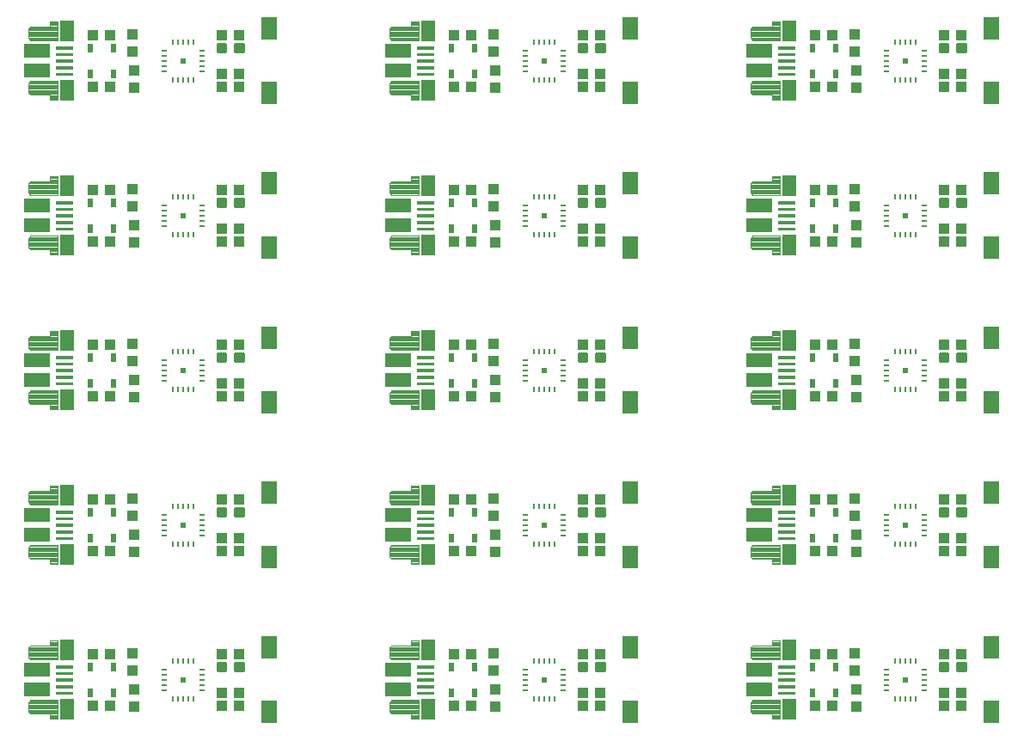
<source format=gtp>
G75*
%MOIN*%
%OFA0B0*%
%FSLAX25Y25*%
%IPPOS*%
%LPD*%
%AMOC8*
5,1,8,0,0,1.08239X$1,22.5*
%
%ADD10R,0.04331X0.03937*%
%ADD11R,0.02480X0.03268*%
%ADD12C,0.01181*%
%ADD13R,0.05748X0.07874*%
%ADD14R,0.09843X0.05610*%
%ADD15C,0.00400*%
%ADD16C,0.00197*%
%ADD17R,0.03937X0.04331*%
%ADD18R,0.06299X0.09055*%
%ADD19R,0.01969X0.01969*%
%ADD20R,0.00800X0.01900*%
%ADD21R,0.01900X0.00800*%
D10*
X0071154Y0087000D03*
X0077846Y0087000D03*
X0077846Y0107000D03*
X0071154Y0107000D03*
X0071154Y0147000D03*
X0077846Y0147000D03*
X0077846Y0167000D03*
X0071154Y0167000D03*
X0071154Y0207000D03*
X0077846Y0207000D03*
X0077846Y0227000D03*
X0071154Y0227000D03*
X0071154Y0267000D03*
X0077846Y0267000D03*
X0077846Y0287000D03*
X0071154Y0287000D03*
X0071154Y0327000D03*
X0077846Y0327000D03*
X0077846Y0347000D03*
X0071154Y0347000D03*
X0121154Y0347000D03*
X0127846Y0347000D03*
X0127846Y0332000D03*
X0127846Y0327000D03*
X0121154Y0327000D03*
X0121154Y0332000D03*
X0121154Y0287000D03*
X0127846Y0287000D03*
X0127846Y0272000D03*
X0127846Y0267000D03*
X0121154Y0267000D03*
X0121154Y0272000D03*
X0121154Y0227000D03*
X0127846Y0227000D03*
X0127846Y0212000D03*
X0127846Y0207000D03*
X0121154Y0207000D03*
X0121154Y0212000D03*
X0121154Y0167000D03*
X0127846Y0167000D03*
X0127846Y0152000D03*
X0127846Y0147000D03*
X0121154Y0147000D03*
X0121154Y0152000D03*
X0121154Y0107000D03*
X0127846Y0107000D03*
X0127846Y0092000D03*
X0127846Y0087000D03*
X0121154Y0087000D03*
X0121154Y0092000D03*
X0211154Y0087000D03*
X0217846Y0087000D03*
X0217846Y0107000D03*
X0211154Y0107000D03*
X0211154Y0147000D03*
X0217846Y0147000D03*
X0217846Y0167000D03*
X0211154Y0167000D03*
X0211154Y0207000D03*
X0217846Y0207000D03*
X0217846Y0227000D03*
X0211154Y0227000D03*
X0211154Y0267000D03*
X0217846Y0267000D03*
X0217846Y0287000D03*
X0211154Y0287000D03*
X0211154Y0327000D03*
X0217846Y0327000D03*
X0217846Y0347000D03*
X0211154Y0347000D03*
X0261154Y0347000D03*
X0267846Y0347000D03*
X0267846Y0332000D03*
X0267846Y0327000D03*
X0261154Y0327000D03*
X0261154Y0332000D03*
X0261154Y0287000D03*
X0267846Y0287000D03*
X0267846Y0272000D03*
X0267846Y0267000D03*
X0261154Y0267000D03*
X0261154Y0272000D03*
X0261154Y0227000D03*
X0267846Y0227000D03*
X0267846Y0212000D03*
X0267846Y0207000D03*
X0261154Y0207000D03*
X0261154Y0212000D03*
X0261154Y0167000D03*
X0267846Y0167000D03*
X0267846Y0152000D03*
X0267846Y0147000D03*
X0261154Y0147000D03*
X0261154Y0152000D03*
X0261154Y0107000D03*
X0267846Y0107000D03*
X0267846Y0092000D03*
X0267846Y0087000D03*
X0261154Y0087000D03*
X0261154Y0092000D03*
X0351154Y0087000D03*
X0357846Y0087000D03*
X0357846Y0107000D03*
X0351154Y0107000D03*
X0351154Y0147000D03*
X0357846Y0147000D03*
X0357846Y0167000D03*
X0351154Y0167000D03*
X0351154Y0207000D03*
X0357846Y0207000D03*
X0357846Y0227000D03*
X0351154Y0227000D03*
X0351154Y0267000D03*
X0357846Y0267000D03*
X0357846Y0287000D03*
X0351154Y0287000D03*
X0351154Y0327000D03*
X0357846Y0327000D03*
X0357846Y0347000D03*
X0351154Y0347000D03*
X0401154Y0347000D03*
X0407846Y0347000D03*
X0407846Y0332000D03*
X0407846Y0327000D03*
X0401154Y0327000D03*
X0401154Y0332000D03*
X0401154Y0287000D03*
X0407846Y0287000D03*
X0407846Y0272000D03*
X0407846Y0267000D03*
X0401154Y0267000D03*
X0401154Y0272000D03*
X0401154Y0227000D03*
X0407846Y0227000D03*
X0407846Y0212000D03*
X0407846Y0207000D03*
X0401154Y0207000D03*
X0401154Y0212000D03*
X0401154Y0167000D03*
X0407846Y0167000D03*
X0407846Y0152000D03*
X0407846Y0147000D03*
X0401154Y0147000D03*
X0401154Y0152000D03*
X0401154Y0107000D03*
X0407846Y0107000D03*
X0407846Y0092000D03*
X0407846Y0087000D03*
X0401154Y0087000D03*
X0401154Y0092000D03*
D11*
X0359028Y0092000D03*
X0349972Y0092000D03*
X0349972Y0102000D03*
X0359028Y0102000D03*
X0359028Y0152000D03*
X0349972Y0152000D03*
X0349972Y0162000D03*
X0359028Y0162000D03*
X0359028Y0212000D03*
X0349972Y0212000D03*
X0349972Y0222000D03*
X0359028Y0222000D03*
X0359028Y0272000D03*
X0349972Y0272000D03*
X0349972Y0282000D03*
X0359028Y0282000D03*
X0359028Y0332000D03*
X0349972Y0332000D03*
X0349972Y0342000D03*
X0359028Y0342000D03*
X0219028Y0342000D03*
X0209972Y0342000D03*
X0209972Y0332000D03*
X0219028Y0332000D03*
X0219028Y0282000D03*
X0209972Y0282000D03*
X0209972Y0272000D03*
X0219028Y0272000D03*
X0219028Y0222000D03*
X0209972Y0222000D03*
X0209972Y0212000D03*
X0219028Y0212000D03*
X0219028Y0162000D03*
X0209972Y0162000D03*
X0209972Y0152000D03*
X0219028Y0152000D03*
X0219028Y0102000D03*
X0209972Y0102000D03*
X0209972Y0092000D03*
X0219028Y0092000D03*
X0079028Y0092000D03*
X0069972Y0092000D03*
X0069972Y0102000D03*
X0079028Y0102000D03*
X0079028Y0152000D03*
X0069972Y0152000D03*
X0069972Y0162000D03*
X0079028Y0162000D03*
X0079028Y0212000D03*
X0069972Y0212000D03*
X0069972Y0222000D03*
X0079028Y0222000D03*
X0079028Y0272000D03*
X0069972Y0272000D03*
X0069972Y0282000D03*
X0079028Y0282000D03*
X0079028Y0332000D03*
X0069972Y0332000D03*
X0069972Y0342000D03*
X0079028Y0342000D03*
D12*
X0119669Y0340622D02*
X0119669Y0343378D01*
X0122425Y0343378D01*
X0122425Y0340622D01*
X0119669Y0340622D01*
X0119669Y0341802D02*
X0122425Y0341802D01*
X0122425Y0342982D02*
X0119669Y0342982D01*
X0126575Y0343378D02*
X0126575Y0340622D01*
X0126575Y0343378D02*
X0129331Y0343378D01*
X0129331Y0340622D01*
X0126575Y0340622D01*
X0126575Y0341802D02*
X0129331Y0341802D01*
X0129331Y0342982D02*
X0126575Y0342982D01*
X0126575Y0283378D02*
X0126575Y0280622D01*
X0126575Y0283378D02*
X0129331Y0283378D01*
X0129331Y0280622D01*
X0126575Y0280622D01*
X0126575Y0281802D02*
X0129331Y0281802D01*
X0129331Y0282982D02*
X0126575Y0282982D01*
X0119669Y0283378D02*
X0119669Y0280622D01*
X0119669Y0283378D02*
X0122425Y0283378D01*
X0122425Y0280622D01*
X0119669Y0280622D01*
X0119669Y0281802D02*
X0122425Y0281802D01*
X0122425Y0282982D02*
X0119669Y0282982D01*
X0119669Y0223378D02*
X0119669Y0220622D01*
X0119669Y0223378D02*
X0122425Y0223378D01*
X0122425Y0220622D01*
X0119669Y0220622D01*
X0119669Y0221802D02*
X0122425Y0221802D01*
X0122425Y0222982D02*
X0119669Y0222982D01*
X0126575Y0223378D02*
X0126575Y0220622D01*
X0126575Y0223378D02*
X0129331Y0223378D01*
X0129331Y0220622D01*
X0126575Y0220622D01*
X0126575Y0221802D02*
X0129331Y0221802D01*
X0129331Y0222982D02*
X0126575Y0222982D01*
X0126575Y0163378D02*
X0126575Y0160622D01*
X0126575Y0163378D02*
X0129331Y0163378D01*
X0129331Y0160622D01*
X0126575Y0160622D01*
X0126575Y0161802D02*
X0129331Y0161802D01*
X0129331Y0162982D02*
X0126575Y0162982D01*
X0119669Y0163378D02*
X0119669Y0160622D01*
X0119669Y0163378D02*
X0122425Y0163378D01*
X0122425Y0160622D01*
X0119669Y0160622D01*
X0119669Y0161802D02*
X0122425Y0161802D01*
X0122425Y0162982D02*
X0119669Y0162982D01*
X0119669Y0103378D02*
X0119669Y0100622D01*
X0119669Y0103378D02*
X0122425Y0103378D01*
X0122425Y0100622D01*
X0119669Y0100622D01*
X0119669Y0101802D02*
X0122425Y0101802D01*
X0122425Y0102982D02*
X0119669Y0102982D01*
X0126575Y0103378D02*
X0126575Y0100622D01*
X0126575Y0103378D02*
X0129331Y0103378D01*
X0129331Y0100622D01*
X0126575Y0100622D01*
X0126575Y0101802D02*
X0129331Y0101802D01*
X0129331Y0102982D02*
X0126575Y0102982D01*
X0259669Y0103378D02*
X0259669Y0100622D01*
X0259669Y0103378D02*
X0262425Y0103378D01*
X0262425Y0100622D01*
X0259669Y0100622D01*
X0259669Y0101802D02*
X0262425Y0101802D01*
X0262425Y0102982D02*
X0259669Y0102982D01*
X0266575Y0103378D02*
X0266575Y0100622D01*
X0266575Y0103378D02*
X0269331Y0103378D01*
X0269331Y0100622D01*
X0266575Y0100622D01*
X0266575Y0101802D02*
X0269331Y0101802D01*
X0269331Y0102982D02*
X0266575Y0102982D01*
X0266575Y0160622D02*
X0266575Y0163378D01*
X0269331Y0163378D01*
X0269331Y0160622D01*
X0266575Y0160622D01*
X0266575Y0161802D02*
X0269331Y0161802D01*
X0269331Y0162982D02*
X0266575Y0162982D01*
X0259669Y0163378D02*
X0259669Y0160622D01*
X0259669Y0163378D02*
X0262425Y0163378D01*
X0262425Y0160622D01*
X0259669Y0160622D01*
X0259669Y0161802D02*
X0262425Y0161802D01*
X0262425Y0162982D02*
X0259669Y0162982D01*
X0259669Y0220622D02*
X0259669Y0223378D01*
X0262425Y0223378D01*
X0262425Y0220622D01*
X0259669Y0220622D01*
X0259669Y0221802D02*
X0262425Y0221802D01*
X0262425Y0222982D02*
X0259669Y0222982D01*
X0266575Y0223378D02*
X0266575Y0220622D01*
X0266575Y0223378D02*
X0269331Y0223378D01*
X0269331Y0220622D01*
X0266575Y0220622D01*
X0266575Y0221802D02*
X0269331Y0221802D01*
X0269331Y0222982D02*
X0266575Y0222982D01*
X0266575Y0280622D02*
X0266575Y0283378D01*
X0269331Y0283378D01*
X0269331Y0280622D01*
X0266575Y0280622D01*
X0266575Y0281802D02*
X0269331Y0281802D01*
X0269331Y0282982D02*
X0266575Y0282982D01*
X0259669Y0283378D02*
X0259669Y0280622D01*
X0259669Y0283378D02*
X0262425Y0283378D01*
X0262425Y0280622D01*
X0259669Y0280622D01*
X0259669Y0281802D02*
X0262425Y0281802D01*
X0262425Y0282982D02*
X0259669Y0282982D01*
X0259669Y0340622D02*
X0259669Y0343378D01*
X0262425Y0343378D01*
X0262425Y0340622D01*
X0259669Y0340622D01*
X0259669Y0341802D02*
X0262425Y0341802D01*
X0262425Y0342982D02*
X0259669Y0342982D01*
X0266575Y0343378D02*
X0266575Y0340622D01*
X0266575Y0343378D02*
X0269331Y0343378D01*
X0269331Y0340622D01*
X0266575Y0340622D01*
X0266575Y0341802D02*
X0269331Y0341802D01*
X0269331Y0342982D02*
X0266575Y0342982D01*
X0399669Y0343378D02*
X0399669Y0340622D01*
X0399669Y0343378D02*
X0402425Y0343378D01*
X0402425Y0340622D01*
X0399669Y0340622D01*
X0399669Y0341802D02*
X0402425Y0341802D01*
X0402425Y0342982D02*
X0399669Y0342982D01*
X0406575Y0343378D02*
X0406575Y0340622D01*
X0406575Y0343378D02*
X0409331Y0343378D01*
X0409331Y0340622D01*
X0406575Y0340622D01*
X0406575Y0341802D02*
X0409331Y0341802D01*
X0409331Y0342982D02*
X0406575Y0342982D01*
X0406575Y0283378D02*
X0406575Y0280622D01*
X0406575Y0283378D02*
X0409331Y0283378D01*
X0409331Y0280622D01*
X0406575Y0280622D01*
X0406575Y0281802D02*
X0409331Y0281802D01*
X0409331Y0282982D02*
X0406575Y0282982D01*
X0399669Y0283378D02*
X0399669Y0280622D01*
X0399669Y0283378D02*
X0402425Y0283378D01*
X0402425Y0280622D01*
X0399669Y0280622D01*
X0399669Y0281802D02*
X0402425Y0281802D01*
X0402425Y0282982D02*
X0399669Y0282982D01*
X0399669Y0223378D02*
X0399669Y0220622D01*
X0399669Y0223378D02*
X0402425Y0223378D01*
X0402425Y0220622D01*
X0399669Y0220622D01*
X0399669Y0221802D02*
X0402425Y0221802D01*
X0402425Y0222982D02*
X0399669Y0222982D01*
X0406575Y0223378D02*
X0406575Y0220622D01*
X0406575Y0223378D02*
X0409331Y0223378D01*
X0409331Y0220622D01*
X0406575Y0220622D01*
X0406575Y0221802D02*
X0409331Y0221802D01*
X0409331Y0222982D02*
X0406575Y0222982D01*
X0406575Y0163378D02*
X0406575Y0160622D01*
X0406575Y0163378D02*
X0409331Y0163378D01*
X0409331Y0160622D01*
X0406575Y0160622D01*
X0406575Y0161802D02*
X0409331Y0161802D01*
X0409331Y0162982D02*
X0406575Y0162982D01*
X0399669Y0163378D02*
X0399669Y0160622D01*
X0399669Y0163378D02*
X0402425Y0163378D01*
X0402425Y0160622D01*
X0399669Y0160622D01*
X0399669Y0161802D02*
X0402425Y0161802D01*
X0402425Y0162982D02*
X0399669Y0162982D01*
X0399669Y0103378D02*
X0399669Y0100622D01*
X0399669Y0103378D02*
X0402425Y0103378D01*
X0402425Y0100622D01*
X0399669Y0100622D01*
X0399669Y0101802D02*
X0402425Y0101802D01*
X0402425Y0102982D02*
X0399669Y0102982D01*
X0406575Y0103378D02*
X0406575Y0100622D01*
X0406575Y0103378D02*
X0409331Y0103378D01*
X0409331Y0100622D01*
X0406575Y0100622D01*
X0406575Y0101802D02*
X0409331Y0101802D01*
X0409331Y0102982D02*
X0406575Y0102982D01*
D13*
X0341083Y0108417D03*
X0341083Y0085583D03*
X0341083Y0145583D03*
X0341083Y0168417D03*
X0341083Y0205583D03*
X0341083Y0228417D03*
X0341083Y0265583D03*
X0341083Y0288417D03*
X0341083Y0325583D03*
X0341083Y0348417D03*
X0201083Y0348417D03*
X0201083Y0325583D03*
X0201083Y0288417D03*
X0201083Y0265583D03*
X0201083Y0228417D03*
X0201083Y0205583D03*
X0201083Y0168417D03*
X0201083Y0145583D03*
X0201083Y0108417D03*
X0201083Y0085583D03*
X0061083Y0085583D03*
X0061083Y0108417D03*
X0061083Y0145583D03*
X0061083Y0168417D03*
X0061083Y0205583D03*
X0061083Y0228417D03*
X0061083Y0265583D03*
X0061083Y0288417D03*
X0061083Y0325583D03*
X0061083Y0348417D03*
D14*
X0049469Y0340789D03*
X0049469Y0333211D03*
X0049469Y0280789D03*
X0049469Y0273211D03*
X0049469Y0220789D03*
X0049469Y0213211D03*
X0049469Y0160789D03*
X0049469Y0153211D03*
X0049469Y0100789D03*
X0049469Y0093211D03*
X0189469Y0093211D03*
X0189469Y0100789D03*
X0189469Y0153211D03*
X0189469Y0160789D03*
X0189469Y0213211D03*
X0189469Y0220789D03*
X0189469Y0273211D03*
X0189469Y0280789D03*
X0189469Y0333211D03*
X0189469Y0340789D03*
X0329469Y0340789D03*
X0329469Y0333211D03*
X0329469Y0280789D03*
X0329469Y0273211D03*
X0329469Y0220789D03*
X0329469Y0213211D03*
X0329469Y0160789D03*
X0329469Y0153211D03*
X0329469Y0100789D03*
X0329469Y0093211D03*
D15*
X0057440Y0081794D02*
X0054340Y0081794D01*
X0054340Y0083694D01*
X0054333Y0083732D01*
X0054311Y0083764D01*
X0054278Y0083786D01*
X0054240Y0083794D01*
X0047340Y0083794D01*
X0047073Y0083824D01*
X0046820Y0083913D01*
X0046592Y0084055D01*
X0046402Y0084246D01*
X0046259Y0084473D01*
X0046170Y0084727D01*
X0046140Y0084994D01*
X0046140Y0087894D01*
X0046173Y0088183D01*
X0046269Y0088458D01*
X0046424Y0088704D01*
X0046630Y0088910D01*
X0046876Y0089065D01*
X0047151Y0089161D01*
X0047440Y0089194D01*
X0057440Y0089194D01*
X0057440Y0081794D01*
X0057440Y0082181D02*
X0054340Y0082181D01*
X0054340Y0082579D02*
X0057440Y0082579D01*
X0057440Y0082978D02*
X0054340Y0082978D01*
X0054340Y0083376D02*
X0057440Y0083376D01*
X0057440Y0083775D02*
X0054295Y0083775D01*
X0057440Y0084173D02*
X0046474Y0084173D01*
X0046224Y0084572D02*
X0057440Y0084572D01*
X0057440Y0084970D02*
X0046143Y0084970D01*
X0046140Y0085369D02*
X0057440Y0085369D01*
X0057440Y0085767D02*
X0046140Y0085767D01*
X0046140Y0086166D02*
X0057440Y0086166D01*
X0057440Y0086564D02*
X0046140Y0086564D01*
X0046140Y0086963D02*
X0057440Y0086963D01*
X0057440Y0087361D02*
X0046140Y0087361D01*
X0046140Y0087760D02*
X0057440Y0087760D01*
X0057440Y0088158D02*
X0046170Y0088158D01*
X0046331Y0088557D02*
X0057440Y0088557D01*
X0057440Y0088955D02*
X0046702Y0088955D01*
X0047440Y0104857D02*
X0047151Y0104889D01*
X0046876Y0104986D01*
X0046630Y0105140D01*
X0046424Y0105346D01*
X0046269Y0105593D01*
X0046173Y0105868D01*
X0046140Y0106157D01*
X0046140Y0109057D01*
X0046170Y0109324D01*
X0046259Y0109577D01*
X0046402Y0109805D01*
X0046592Y0109995D01*
X0046820Y0110138D01*
X0047073Y0110227D01*
X0047340Y0110257D01*
X0054240Y0110257D01*
X0054278Y0110264D01*
X0054311Y0110286D01*
X0054333Y0110319D01*
X0054340Y0110357D01*
X0054340Y0112257D01*
X0057440Y0112257D01*
X0057440Y0104857D01*
X0047440Y0104857D01*
X0047133Y0104896D02*
X0057440Y0104896D01*
X0057440Y0105294D02*
X0046476Y0105294D01*
X0046234Y0105693D02*
X0057440Y0105693D01*
X0057440Y0106091D02*
X0046148Y0106091D01*
X0046140Y0106490D02*
X0057440Y0106490D01*
X0057440Y0106888D02*
X0046140Y0106888D01*
X0046140Y0107287D02*
X0057440Y0107287D01*
X0057440Y0107685D02*
X0046140Y0107685D01*
X0046140Y0108084D02*
X0057440Y0108084D01*
X0057440Y0108482D02*
X0046140Y0108482D01*
X0046140Y0108881D02*
X0057440Y0108881D01*
X0057440Y0109279D02*
X0046165Y0109279D01*
X0046322Y0109678D02*
X0057440Y0109678D01*
X0057440Y0110076D02*
X0046722Y0110076D01*
X0054340Y0110475D02*
X0057440Y0110475D01*
X0057440Y0110873D02*
X0054340Y0110873D01*
X0054340Y0111272D02*
X0057440Y0111272D01*
X0057440Y0111670D02*
X0054340Y0111670D01*
X0054340Y0112069D02*
X0057440Y0112069D01*
X0057440Y0141794D02*
X0054340Y0141794D01*
X0054340Y0143694D01*
X0054333Y0143732D01*
X0054311Y0143764D01*
X0054278Y0143786D01*
X0054240Y0143794D01*
X0047340Y0143794D01*
X0047073Y0143824D01*
X0046820Y0143913D01*
X0046592Y0144055D01*
X0046402Y0144246D01*
X0046259Y0144473D01*
X0046170Y0144727D01*
X0046140Y0144994D01*
X0046140Y0147894D01*
X0046173Y0148183D01*
X0046269Y0148458D01*
X0046424Y0148704D01*
X0046630Y0148910D01*
X0046876Y0149065D01*
X0047151Y0149161D01*
X0047440Y0149194D01*
X0057440Y0149194D01*
X0057440Y0141794D01*
X0057440Y0141957D02*
X0054340Y0141957D01*
X0054340Y0142356D02*
X0057440Y0142356D01*
X0057440Y0142754D02*
X0054340Y0142754D01*
X0054340Y0143153D02*
X0057440Y0143153D01*
X0057440Y0143551D02*
X0054340Y0143551D01*
X0057440Y0143950D02*
X0046760Y0143950D01*
X0046337Y0144348D02*
X0057440Y0144348D01*
X0057440Y0144747D02*
X0046168Y0144747D01*
X0046140Y0145145D02*
X0057440Y0145145D01*
X0057440Y0145544D02*
X0046140Y0145544D01*
X0046140Y0145942D02*
X0057440Y0145942D01*
X0057440Y0146341D02*
X0046140Y0146341D01*
X0046140Y0146739D02*
X0057440Y0146739D01*
X0057440Y0147138D02*
X0046140Y0147138D01*
X0046140Y0147537D02*
X0057440Y0147537D01*
X0057440Y0147935D02*
X0046145Y0147935D01*
X0046225Y0148334D02*
X0057440Y0148334D01*
X0057440Y0148732D02*
X0046452Y0148732D01*
X0047064Y0149131D02*
X0057440Y0149131D01*
X0057440Y0164857D02*
X0047440Y0164857D01*
X0047151Y0164889D01*
X0046876Y0164986D01*
X0046630Y0165140D01*
X0046424Y0165346D01*
X0046269Y0165593D01*
X0046173Y0165868D01*
X0057440Y0165868D01*
X0057440Y0165470D02*
X0046346Y0165470D01*
X0046173Y0165868D02*
X0046140Y0166157D01*
X0046140Y0169057D01*
X0046170Y0169324D01*
X0046259Y0169577D01*
X0046402Y0169805D01*
X0046592Y0169995D01*
X0046820Y0170138D01*
X0047073Y0170227D01*
X0047340Y0170257D01*
X0054240Y0170257D01*
X0054278Y0170264D01*
X0054311Y0170286D01*
X0054333Y0170319D01*
X0054340Y0170357D01*
X0054340Y0172257D01*
X0057440Y0172257D01*
X0057440Y0164857D01*
X0057440Y0165071D02*
X0046740Y0165071D01*
X0046140Y0166267D02*
X0057440Y0166267D01*
X0057440Y0166665D02*
X0046140Y0166665D01*
X0046140Y0167064D02*
X0057440Y0167064D01*
X0057440Y0167462D02*
X0046140Y0167462D01*
X0046140Y0167861D02*
X0057440Y0167861D01*
X0057440Y0168259D02*
X0046140Y0168259D01*
X0046140Y0168658D02*
X0057440Y0168658D01*
X0057440Y0169056D02*
X0046140Y0169056D01*
X0046216Y0169455D02*
X0057440Y0169455D01*
X0057440Y0169853D02*
X0046450Y0169853D01*
X0047294Y0170252D02*
X0057440Y0170252D01*
X0057440Y0170650D02*
X0054340Y0170650D01*
X0054340Y0171049D02*
X0057440Y0171049D01*
X0057440Y0171447D02*
X0054340Y0171447D01*
X0054340Y0171846D02*
X0057440Y0171846D01*
X0057440Y0172244D02*
X0054340Y0172244D01*
X0054340Y0201794D02*
X0057440Y0201794D01*
X0057440Y0209194D01*
X0047440Y0209194D01*
X0047151Y0209161D01*
X0046876Y0209065D01*
X0046630Y0208910D01*
X0046424Y0208704D01*
X0046269Y0208458D01*
X0046173Y0208183D01*
X0046140Y0207894D01*
X0046140Y0204994D01*
X0046170Y0204727D01*
X0046259Y0204473D01*
X0046402Y0204246D01*
X0046592Y0204055D01*
X0046820Y0203913D01*
X0047073Y0203824D01*
X0047340Y0203794D01*
X0054240Y0203794D01*
X0054278Y0203786D01*
X0054311Y0203764D01*
X0054333Y0203732D01*
X0054340Y0203694D01*
X0054340Y0201794D01*
X0054340Y0202133D02*
X0057440Y0202133D01*
X0057440Y0202531D02*
X0054340Y0202531D01*
X0054340Y0202930D02*
X0057440Y0202930D01*
X0057440Y0203328D02*
X0054340Y0203328D01*
X0054334Y0203727D02*
X0057440Y0203727D01*
X0057440Y0204125D02*
X0046522Y0204125D01*
X0046241Y0204524D02*
X0057440Y0204524D01*
X0057440Y0204922D02*
X0046148Y0204922D01*
X0046140Y0205321D02*
X0057440Y0205321D01*
X0057440Y0205719D02*
X0046140Y0205719D01*
X0046140Y0206118D02*
X0057440Y0206118D01*
X0057440Y0206516D02*
X0046140Y0206516D01*
X0046140Y0206915D02*
X0057440Y0206915D01*
X0057440Y0207313D02*
X0046140Y0207313D01*
X0046140Y0207712D02*
X0057440Y0207712D01*
X0057440Y0208110D02*
X0046165Y0208110D01*
X0046301Y0208509D02*
X0057440Y0208509D01*
X0057440Y0208907D02*
X0046627Y0208907D01*
X0047440Y0224857D02*
X0047151Y0224889D01*
X0046876Y0224986D01*
X0046630Y0225140D01*
X0046424Y0225346D01*
X0046269Y0225593D01*
X0046173Y0225868D01*
X0046140Y0226157D01*
X0046140Y0229057D01*
X0046170Y0229324D01*
X0046259Y0229577D01*
X0046402Y0229805D01*
X0046592Y0229995D01*
X0046820Y0230138D01*
X0047073Y0230227D01*
X0047340Y0230257D01*
X0054240Y0230257D01*
X0054278Y0230264D01*
X0054311Y0230286D01*
X0054333Y0230319D01*
X0054340Y0230357D01*
X0054340Y0232257D01*
X0057440Y0232257D01*
X0057440Y0224857D01*
X0047440Y0224857D01*
X0046524Y0225246D02*
X0057440Y0225246D01*
X0057440Y0225645D02*
X0046251Y0225645D01*
X0046153Y0226043D02*
X0057440Y0226043D01*
X0057440Y0226442D02*
X0046140Y0226442D01*
X0046140Y0226840D02*
X0057440Y0226840D01*
X0057440Y0227239D02*
X0046140Y0227239D01*
X0046140Y0227637D02*
X0057440Y0227637D01*
X0057440Y0228036D02*
X0046140Y0228036D01*
X0046140Y0228434D02*
X0057440Y0228434D01*
X0057440Y0228833D02*
X0046140Y0228833D01*
X0046160Y0229231D02*
X0057440Y0229231D01*
X0057440Y0229630D02*
X0046292Y0229630D01*
X0046645Y0230028D02*
X0057440Y0230028D01*
X0057440Y0230427D02*
X0054340Y0230427D01*
X0054340Y0230825D02*
X0057440Y0230825D01*
X0057440Y0231224D02*
X0054340Y0231224D01*
X0054340Y0231622D02*
X0057440Y0231622D01*
X0057440Y0232021D02*
X0054340Y0232021D01*
X0054340Y0261794D02*
X0057440Y0261794D01*
X0057440Y0269194D01*
X0047440Y0269194D01*
X0047151Y0269161D01*
X0046876Y0269065D01*
X0046630Y0268910D01*
X0046424Y0268704D01*
X0046269Y0268458D01*
X0046173Y0268183D01*
X0046140Y0267894D01*
X0046140Y0264994D01*
X0046170Y0264727D01*
X0046259Y0264473D01*
X0046402Y0264246D01*
X0046592Y0264055D01*
X0046820Y0263913D01*
X0047073Y0263824D01*
X0047340Y0263794D01*
X0054240Y0263794D01*
X0054278Y0263786D01*
X0054311Y0263764D01*
X0054333Y0263732D01*
X0054340Y0263694D01*
X0054340Y0261794D01*
X0054340Y0261909D02*
X0057440Y0261909D01*
X0057440Y0262308D02*
X0054340Y0262308D01*
X0054340Y0262706D02*
X0057440Y0262706D01*
X0057440Y0263105D02*
X0054340Y0263105D01*
X0054340Y0263503D02*
X0057440Y0263503D01*
X0057440Y0263902D02*
X0046850Y0263902D01*
X0046368Y0264300D02*
X0057440Y0264300D01*
X0057440Y0264699D02*
X0046180Y0264699D01*
X0046140Y0265097D02*
X0057440Y0265097D01*
X0057440Y0265496D02*
X0046140Y0265496D01*
X0046140Y0265894D02*
X0057440Y0265894D01*
X0057440Y0266293D02*
X0046140Y0266293D01*
X0046140Y0266691D02*
X0057440Y0266691D01*
X0057440Y0267090D02*
X0046140Y0267090D01*
X0046140Y0267488D02*
X0057440Y0267488D01*
X0057440Y0267887D02*
X0046140Y0267887D01*
X0046209Y0268285D02*
X0057440Y0268285D01*
X0057440Y0268684D02*
X0046411Y0268684D01*
X0046926Y0269082D02*
X0057440Y0269082D01*
X0057440Y0284857D02*
X0047440Y0284857D01*
X0047151Y0284889D01*
X0046876Y0284986D01*
X0046630Y0285140D01*
X0046424Y0285346D01*
X0046269Y0285593D01*
X0046173Y0285868D01*
X0046140Y0286157D01*
X0046140Y0289057D01*
X0046170Y0289324D01*
X0046259Y0289577D01*
X0046402Y0289805D01*
X0057440Y0289805D01*
X0057440Y0289407D02*
X0046199Y0289407D01*
X0046140Y0289008D02*
X0057440Y0289008D01*
X0057440Y0288610D02*
X0046140Y0288610D01*
X0046140Y0288211D02*
X0057440Y0288211D01*
X0057440Y0287812D02*
X0046140Y0287812D01*
X0046140Y0287414D02*
X0057440Y0287414D01*
X0057440Y0287015D02*
X0046140Y0287015D01*
X0046140Y0286617D02*
X0057440Y0286617D01*
X0057440Y0286218D02*
X0046140Y0286218D01*
X0046189Y0285820D02*
X0057440Y0285820D01*
X0057440Y0285421D02*
X0046377Y0285421D01*
X0046817Y0285023D02*
X0057440Y0285023D01*
X0057440Y0284857D02*
X0057440Y0292257D01*
X0054340Y0292257D01*
X0054340Y0290357D01*
X0054333Y0290319D01*
X0054311Y0290286D01*
X0054278Y0290264D01*
X0054240Y0290257D01*
X0047340Y0290257D01*
X0047073Y0290227D01*
X0046820Y0290138D01*
X0046592Y0289995D01*
X0046402Y0289805D01*
X0047007Y0290204D02*
X0057440Y0290204D01*
X0057440Y0290602D02*
X0054340Y0290602D01*
X0054340Y0291001D02*
X0057440Y0291001D01*
X0057440Y0291399D02*
X0054340Y0291399D01*
X0054340Y0291798D02*
X0057440Y0291798D01*
X0057440Y0292196D02*
X0054340Y0292196D01*
X0054340Y0321794D02*
X0057440Y0321794D01*
X0057440Y0329194D01*
X0047440Y0329194D01*
X0047151Y0329161D01*
X0046876Y0329065D01*
X0046630Y0328910D01*
X0046424Y0328704D01*
X0046269Y0328458D01*
X0046173Y0328183D01*
X0046140Y0327894D01*
X0046140Y0324994D01*
X0046170Y0324727D01*
X0046259Y0324473D01*
X0046402Y0324246D01*
X0046592Y0324055D01*
X0046820Y0323913D01*
X0047073Y0323824D01*
X0047340Y0323794D01*
X0054240Y0323794D01*
X0054278Y0323786D01*
X0054311Y0323764D01*
X0054333Y0323732D01*
X0054340Y0323694D01*
X0054340Y0321794D01*
X0054340Y0322084D02*
X0057440Y0322084D01*
X0057440Y0322483D02*
X0054340Y0322483D01*
X0054340Y0322881D02*
X0057440Y0322881D01*
X0057440Y0323280D02*
X0054340Y0323280D01*
X0054340Y0323679D02*
X0057440Y0323679D01*
X0057440Y0324077D02*
X0046570Y0324077D01*
X0046258Y0324476D02*
X0057440Y0324476D01*
X0057440Y0324874D02*
X0046154Y0324874D01*
X0046140Y0325273D02*
X0057440Y0325273D01*
X0057440Y0325671D02*
X0046140Y0325671D01*
X0046140Y0326070D02*
X0057440Y0326070D01*
X0057440Y0326468D02*
X0046140Y0326468D01*
X0046140Y0326867D02*
X0057440Y0326867D01*
X0057440Y0327265D02*
X0046140Y0327265D01*
X0046140Y0327664D02*
X0057440Y0327664D01*
X0057440Y0328062D02*
X0046159Y0328062D01*
X0046271Y0328461D02*
X0057440Y0328461D01*
X0057440Y0328859D02*
X0046579Y0328859D01*
X0047440Y0344857D02*
X0047151Y0344889D01*
X0046876Y0344986D01*
X0046630Y0345140D01*
X0046424Y0345346D01*
X0046269Y0345593D01*
X0046173Y0345868D01*
X0046140Y0346157D01*
X0046140Y0349057D01*
X0046170Y0349324D01*
X0046259Y0349577D01*
X0046402Y0349805D01*
X0046592Y0349995D01*
X0046820Y0350138D01*
X0047073Y0350227D01*
X0047340Y0350257D01*
X0054240Y0350257D01*
X0054278Y0350264D01*
X0054311Y0350286D01*
X0054333Y0350319D01*
X0054340Y0350357D01*
X0054340Y0352257D01*
X0057440Y0352257D01*
X0057440Y0344857D01*
X0047440Y0344857D01*
X0046572Y0345198D02*
X0057440Y0345198D01*
X0057440Y0345597D02*
X0046268Y0345597D01*
X0046158Y0345995D02*
X0057440Y0345995D01*
X0057440Y0346394D02*
X0046140Y0346394D01*
X0046140Y0346792D02*
X0057440Y0346792D01*
X0057440Y0347191D02*
X0046140Y0347191D01*
X0046140Y0347589D02*
X0057440Y0347589D01*
X0057440Y0347988D02*
X0046140Y0347988D01*
X0046140Y0348386D02*
X0057440Y0348386D01*
X0057440Y0348785D02*
X0046140Y0348785D01*
X0046154Y0349183D02*
X0057440Y0349183D01*
X0057440Y0349582D02*
X0046262Y0349582D01*
X0046577Y0349980D02*
X0057440Y0349980D01*
X0057440Y0350379D02*
X0054340Y0350379D01*
X0054340Y0350777D02*
X0057440Y0350777D01*
X0057440Y0351176D02*
X0054340Y0351176D01*
X0054340Y0351574D02*
X0057440Y0351574D01*
X0057440Y0351973D02*
X0054340Y0351973D01*
X0186140Y0349057D02*
X0186140Y0346157D01*
X0186173Y0345868D01*
X0186269Y0345593D01*
X0186424Y0345346D01*
X0186630Y0345140D01*
X0186876Y0344986D01*
X0187151Y0344889D01*
X0187440Y0344857D01*
X0197440Y0344857D01*
X0197440Y0352257D01*
X0194340Y0352257D01*
X0194340Y0350357D01*
X0194333Y0350319D01*
X0194311Y0350286D01*
X0194278Y0350264D01*
X0194240Y0350257D01*
X0187340Y0350257D01*
X0187073Y0350227D01*
X0186820Y0350138D01*
X0186592Y0349995D01*
X0186402Y0349805D01*
X0186259Y0349577D01*
X0186170Y0349324D01*
X0186140Y0349057D01*
X0186154Y0349183D02*
X0197440Y0349183D01*
X0197440Y0348785D02*
X0186140Y0348785D01*
X0186140Y0348386D02*
X0197440Y0348386D01*
X0197440Y0347988D02*
X0186140Y0347988D01*
X0186140Y0347589D02*
X0197440Y0347589D01*
X0197440Y0347191D02*
X0186140Y0347191D01*
X0186140Y0346792D02*
X0197440Y0346792D01*
X0197440Y0346394D02*
X0186140Y0346394D01*
X0186158Y0345995D02*
X0197440Y0345995D01*
X0197440Y0345597D02*
X0186268Y0345597D01*
X0186572Y0345198D02*
X0197440Y0345198D01*
X0197440Y0349582D02*
X0186262Y0349582D01*
X0186577Y0349980D02*
X0197440Y0349980D01*
X0197440Y0350379D02*
X0194340Y0350379D01*
X0194340Y0350777D02*
X0197440Y0350777D01*
X0197440Y0351176D02*
X0194340Y0351176D01*
X0194340Y0351574D02*
X0197440Y0351574D01*
X0197440Y0351973D02*
X0194340Y0351973D01*
X0197440Y0329194D02*
X0187440Y0329194D01*
X0187151Y0329161D01*
X0186876Y0329065D01*
X0186630Y0328910D01*
X0186424Y0328704D01*
X0186269Y0328458D01*
X0186173Y0328183D01*
X0186140Y0327894D01*
X0186140Y0324994D01*
X0186170Y0324727D01*
X0186259Y0324473D01*
X0186402Y0324246D01*
X0186592Y0324055D01*
X0186820Y0323913D01*
X0187073Y0323824D01*
X0187340Y0323794D01*
X0194240Y0323794D01*
X0194278Y0323786D01*
X0194311Y0323764D01*
X0194333Y0323732D01*
X0194340Y0323694D01*
X0194340Y0321794D01*
X0197440Y0321794D01*
X0197440Y0329194D01*
X0197440Y0328859D02*
X0186579Y0328859D01*
X0186271Y0328461D02*
X0197440Y0328461D01*
X0197440Y0328062D02*
X0186159Y0328062D01*
X0186140Y0327664D02*
X0197440Y0327664D01*
X0197440Y0327265D02*
X0186140Y0327265D01*
X0186140Y0326867D02*
X0197440Y0326867D01*
X0197440Y0326468D02*
X0186140Y0326468D01*
X0186140Y0326070D02*
X0197440Y0326070D01*
X0197440Y0325671D02*
X0186140Y0325671D01*
X0186140Y0325273D02*
X0197440Y0325273D01*
X0197440Y0324874D02*
X0186154Y0324874D01*
X0186258Y0324476D02*
X0197440Y0324476D01*
X0197440Y0324077D02*
X0186570Y0324077D01*
X0194340Y0323679D02*
X0197440Y0323679D01*
X0197440Y0323280D02*
X0194340Y0323280D01*
X0194340Y0322881D02*
X0197440Y0322881D01*
X0197440Y0322483D02*
X0194340Y0322483D01*
X0194340Y0322084D02*
X0197440Y0322084D01*
X0197440Y0292257D02*
X0194340Y0292257D01*
X0194340Y0290357D01*
X0194333Y0290319D01*
X0194311Y0290286D01*
X0194278Y0290264D01*
X0194240Y0290257D01*
X0187340Y0290257D01*
X0187073Y0290227D01*
X0186820Y0290138D01*
X0186592Y0289995D01*
X0186402Y0289805D01*
X0197440Y0289805D01*
X0197440Y0289407D02*
X0186199Y0289407D01*
X0186170Y0289324D02*
X0186259Y0289577D01*
X0186402Y0289805D01*
X0186170Y0289324D02*
X0186140Y0289057D01*
X0186140Y0286157D01*
X0186173Y0285868D01*
X0186269Y0285593D01*
X0186424Y0285346D01*
X0186630Y0285140D01*
X0186876Y0284986D01*
X0187151Y0284889D01*
X0187440Y0284857D01*
X0197440Y0284857D01*
X0197440Y0292257D01*
X0197440Y0292196D02*
X0194340Y0292196D01*
X0194340Y0291798D02*
X0197440Y0291798D01*
X0197440Y0291399D02*
X0194340Y0291399D01*
X0194340Y0291001D02*
X0197440Y0291001D01*
X0197440Y0290602D02*
X0194340Y0290602D01*
X0197440Y0290204D02*
X0187007Y0290204D01*
X0186140Y0289008D02*
X0197440Y0289008D01*
X0197440Y0288610D02*
X0186140Y0288610D01*
X0186140Y0288211D02*
X0197440Y0288211D01*
X0197440Y0287812D02*
X0186140Y0287812D01*
X0186140Y0287414D02*
X0197440Y0287414D01*
X0197440Y0287015D02*
X0186140Y0287015D01*
X0186140Y0286617D02*
X0197440Y0286617D01*
X0197440Y0286218D02*
X0186140Y0286218D01*
X0186189Y0285820D02*
X0197440Y0285820D01*
X0197440Y0285421D02*
X0186377Y0285421D01*
X0186817Y0285023D02*
X0197440Y0285023D01*
X0197440Y0269194D02*
X0187440Y0269194D01*
X0187151Y0269161D01*
X0186876Y0269065D01*
X0186630Y0268910D01*
X0186424Y0268704D01*
X0186269Y0268458D01*
X0186173Y0268183D01*
X0186140Y0267894D01*
X0186140Y0264994D01*
X0186170Y0264727D01*
X0186259Y0264473D01*
X0186402Y0264246D01*
X0186592Y0264055D01*
X0186820Y0263913D01*
X0187073Y0263824D01*
X0187340Y0263794D01*
X0194240Y0263794D01*
X0194278Y0263786D01*
X0194311Y0263764D01*
X0194333Y0263732D01*
X0194340Y0263694D01*
X0194340Y0261794D01*
X0197440Y0261794D01*
X0197440Y0269194D01*
X0197440Y0269082D02*
X0186926Y0269082D01*
X0186411Y0268684D02*
X0197440Y0268684D01*
X0197440Y0268285D02*
X0186209Y0268285D01*
X0186140Y0267887D02*
X0197440Y0267887D01*
X0197440Y0267488D02*
X0186140Y0267488D01*
X0186140Y0267090D02*
X0197440Y0267090D01*
X0197440Y0266691D02*
X0186140Y0266691D01*
X0186140Y0266293D02*
X0197440Y0266293D01*
X0197440Y0265894D02*
X0186140Y0265894D01*
X0186140Y0265496D02*
X0197440Y0265496D01*
X0197440Y0265097D02*
X0186140Y0265097D01*
X0186180Y0264699D02*
X0197440Y0264699D01*
X0197440Y0264300D02*
X0186368Y0264300D01*
X0186850Y0263902D02*
X0197440Y0263902D01*
X0197440Y0263503D02*
X0194340Y0263503D01*
X0194340Y0263105D02*
X0197440Y0263105D01*
X0197440Y0262706D02*
X0194340Y0262706D01*
X0194340Y0262308D02*
X0197440Y0262308D01*
X0197440Y0261909D02*
X0194340Y0261909D01*
X0194340Y0232257D02*
X0197440Y0232257D01*
X0197440Y0224857D01*
X0187440Y0224857D01*
X0187151Y0224889D01*
X0186876Y0224986D01*
X0186630Y0225140D01*
X0186424Y0225346D01*
X0186269Y0225593D01*
X0186173Y0225868D01*
X0186140Y0226157D01*
X0186140Y0229057D01*
X0186170Y0229324D01*
X0186259Y0229577D01*
X0186402Y0229805D01*
X0186592Y0229995D01*
X0186820Y0230138D01*
X0187073Y0230227D01*
X0187340Y0230257D01*
X0194240Y0230257D01*
X0194278Y0230264D01*
X0194311Y0230286D01*
X0194333Y0230319D01*
X0194340Y0230357D01*
X0194340Y0232257D01*
X0194340Y0232021D02*
X0197440Y0232021D01*
X0197440Y0231622D02*
X0194340Y0231622D01*
X0194340Y0231224D02*
X0197440Y0231224D01*
X0197440Y0230825D02*
X0194340Y0230825D01*
X0194340Y0230427D02*
X0197440Y0230427D01*
X0197440Y0230028D02*
X0186645Y0230028D01*
X0186292Y0229630D02*
X0197440Y0229630D01*
X0197440Y0229231D02*
X0186160Y0229231D01*
X0186140Y0228833D02*
X0197440Y0228833D01*
X0197440Y0228434D02*
X0186140Y0228434D01*
X0186140Y0228036D02*
X0197440Y0228036D01*
X0197440Y0227637D02*
X0186140Y0227637D01*
X0186140Y0227239D02*
X0197440Y0227239D01*
X0197440Y0226840D02*
X0186140Y0226840D01*
X0186140Y0226442D02*
X0197440Y0226442D01*
X0197440Y0226043D02*
X0186153Y0226043D01*
X0186251Y0225645D02*
X0197440Y0225645D01*
X0197440Y0225246D02*
X0186524Y0225246D01*
X0187440Y0209194D02*
X0187151Y0209161D01*
X0186876Y0209065D01*
X0186630Y0208910D01*
X0186424Y0208704D01*
X0186269Y0208458D01*
X0186173Y0208183D01*
X0186140Y0207894D01*
X0186140Y0204994D01*
X0186170Y0204727D01*
X0186259Y0204473D01*
X0186402Y0204246D01*
X0186592Y0204055D01*
X0186820Y0203913D01*
X0187073Y0203824D01*
X0187340Y0203794D01*
X0194240Y0203794D01*
X0194278Y0203786D01*
X0194311Y0203764D01*
X0194333Y0203732D01*
X0194340Y0203694D01*
X0194340Y0201794D01*
X0197440Y0201794D01*
X0197440Y0209194D01*
X0187440Y0209194D01*
X0186627Y0208907D02*
X0197440Y0208907D01*
X0197440Y0208509D02*
X0186301Y0208509D01*
X0186165Y0208110D02*
X0197440Y0208110D01*
X0197440Y0207712D02*
X0186140Y0207712D01*
X0186140Y0207313D02*
X0197440Y0207313D01*
X0197440Y0206915D02*
X0186140Y0206915D01*
X0186140Y0206516D02*
X0197440Y0206516D01*
X0197440Y0206118D02*
X0186140Y0206118D01*
X0186140Y0205719D02*
X0197440Y0205719D01*
X0197440Y0205321D02*
X0186140Y0205321D01*
X0186148Y0204922D02*
X0197440Y0204922D01*
X0197440Y0204524D02*
X0186241Y0204524D01*
X0186522Y0204125D02*
X0197440Y0204125D01*
X0197440Y0203727D02*
X0194334Y0203727D01*
X0194340Y0203328D02*
X0197440Y0203328D01*
X0197440Y0202930D02*
X0194340Y0202930D01*
X0194340Y0202531D02*
X0197440Y0202531D01*
X0197440Y0202133D02*
X0194340Y0202133D01*
X0194340Y0172257D02*
X0197440Y0172257D01*
X0197440Y0164857D01*
X0187440Y0164857D01*
X0187151Y0164889D01*
X0186876Y0164986D01*
X0186630Y0165140D01*
X0186424Y0165346D01*
X0186269Y0165593D01*
X0186173Y0165868D01*
X0197440Y0165868D01*
X0197440Y0165470D02*
X0186346Y0165470D01*
X0186173Y0165868D02*
X0186140Y0166157D01*
X0186140Y0169057D01*
X0186170Y0169324D01*
X0186259Y0169577D01*
X0186402Y0169805D01*
X0186592Y0169995D01*
X0186820Y0170138D01*
X0187073Y0170227D01*
X0187340Y0170257D01*
X0194240Y0170257D01*
X0194278Y0170264D01*
X0194311Y0170286D01*
X0194333Y0170319D01*
X0194340Y0170357D01*
X0194340Y0172257D01*
X0194340Y0172244D02*
X0197440Y0172244D01*
X0197440Y0171846D02*
X0194340Y0171846D01*
X0194340Y0171447D02*
X0197440Y0171447D01*
X0197440Y0171049D02*
X0194340Y0171049D01*
X0194340Y0170650D02*
X0197440Y0170650D01*
X0197440Y0170252D02*
X0187294Y0170252D01*
X0186450Y0169853D02*
X0197440Y0169853D01*
X0197440Y0169455D02*
X0186216Y0169455D01*
X0186140Y0169056D02*
X0197440Y0169056D01*
X0197440Y0168658D02*
X0186140Y0168658D01*
X0186140Y0168259D02*
X0197440Y0168259D01*
X0197440Y0167861D02*
X0186140Y0167861D01*
X0186140Y0167462D02*
X0197440Y0167462D01*
X0197440Y0167064D02*
X0186140Y0167064D01*
X0186140Y0166665D02*
X0197440Y0166665D01*
X0197440Y0166267D02*
X0186140Y0166267D01*
X0186740Y0165071D02*
X0197440Y0165071D01*
X0197440Y0149194D02*
X0187440Y0149194D01*
X0187151Y0149161D01*
X0186876Y0149065D01*
X0186630Y0148910D01*
X0186424Y0148704D01*
X0186269Y0148458D01*
X0186173Y0148183D01*
X0186140Y0147894D01*
X0186140Y0144994D01*
X0186170Y0144727D01*
X0186259Y0144473D01*
X0186402Y0144246D01*
X0186592Y0144055D01*
X0186820Y0143913D01*
X0187073Y0143824D01*
X0187340Y0143794D01*
X0194240Y0143794D01*
X0194278Y0143786D01*
X0194311Y0143764D01*
X0194333Y0143732D01*
X0194340Y0143694D01*
X0194340Y0141794D01*
X0197440Y0141794D01*
X0197440Y0149194D01*
X0197440Y0149131D02*
X0187064Y0149131D01*
X0186452Y0148732D02*
X0197440Y0148732D01*
X0197440Y0148334D02*
X0186225Y0148334D01*
X0186145Y0147935D02*
X0197440Y0147935D01*
X0197440Y0147537D02*
X0186140Y0147537D01*
X0186140Y0147138D02*
X0197440Y0147138D01*
X0197440Y0146739D02*
X0186140Y0146739D01*
X0186140Y0146341D02*
X0197440Y0146341D01*
X0197440Y0145942D02*
X0186140Y0145942D01*
X0186140Y0145544D02*
X0197440Y0145544D01*
X0197440Y0145145D02*
X0186140Y0145145D01*
X0186168Y0144747D02*
X0197440Y0144747D01*
X0197440Y0144348D02*
X0186337Y0144348D01*
X0186760Y0143950D02*
X0197440Y0143950D01*
X0197440Y0143551D02*
X0194340Y0143551D01*
X0194340Y0143153D02*
X0197440Y0143153D01*
X0197440Y0142754D02*
X0194340Y0142754D01*
X0194340Y0142356D02*
X0197440Y0142356D01*
X0197440Y0141957D02*
X0194340Y0141957D01*
X0194340Y0112257D02*
X0197440Y0112257D01*
X0197440Y0104857D01*
X0187440Y0104857D01*
X0187151Y0104889D01*
X0186876Y0104986D01*
X0186630Y0105140D01*
X0186424Y0105346D01*
X0186269Y0105593D01*
X0186173Y0105868D01*
X0186140Y0106157D01*
X0186140Y0109057D01*
X0186170Y0109324D01*
X0186259Y0109577D01*
X0186402Y0109805D01*
X0186592Y0109995D01*
X0186820Y0110138D01*
X0187073Y0110227D01*
X0187340Y0110257D01*
X0194240Y0110257D01*
X0194278Y0110264D01*
X0194311Y0110286D01*
X0194333Y0110319D01*
X0194340Y0110357D01*
X0194340Y0112257D01*
X0194340Y0112069D02*
X0197440Y0112069D01*
X0197440Y0111670D02*
X0194340Y0111670D01*
X0194340Y0111272D02*
X0197440Y0111272D01*
X0197440Y0110873D02*
X0194340Y0110873D01*
X0194340Y0110475D02*
X0197440Y0110475D01*
X0197440Y0110076D02*
X0186722Y0110076D01*
X0186322Y0109678D02*
X0197440Y0109678D01*
X0197440Y0109279D02*
X0186165Y0109279D01*
X0186140Y0108881D02*
X0197440Y0108881D01*
X0197440Y0108482D02*
X0186140Y0108482D01*
X0186140Y0108084D02*
X0197440Y0108084D01*
X0197440Y0107685D02*
X0186140Y0107685D01*
X0186140Y0107287D02*
X0197440Y0107287D01*
X0197440Y0106888D02*
X0186140Y0106888D01*
X0186140Y0106490D02*
X0197440Y0106490D01*
X0197440Y0106091D02*
X0186148Y0106091D01*
X0186234Y0105693D02*
X0197440Y0105693D01*
X0197440Y0105294D02*
X0186476Y0105294D01*
X0187133Y0104896D02*
X0197440Y0104896D01*
X0197440Y0089194D02*
X0187440Y0089194D01*
X0187151Y0089161D01*
X0186876Y0089065D01*
X0186630Y0088910D01*
X0186424Y0088704D01*
X0186269Y0088458D01*
X0186173Y0088183D01*
X0186140Y0087894D01*
X0186140Y0084994D01*
X0186170Y0084727D01*
X0186259Y0084473D01*
X0186402Y0084246D01*
X0186592Y0084055D01*
X0186820Y0083913D01*
X0187073Y0083824D01*
X0187340Y0083794D01*
X0194240Y0083794D01*
X0194278Y0083786D01*
X0194311Y0083764D01*
X0194333Y0083732D01*
X0194340Y0083694D01*
X0194340Y0081794D01*
X0197440Y0081794D01*
X0197440Y0089194D01*
X0197440Y0088955D02*
X0186702Y0088955D01*
X0186331Y0088557D02*
X0197440Y0088557D01*
X0197440Y0088158D02*
X0186170Y0088158D01*
X0186140Y0087760D02*
X0197440Y0087760D01*
X0197440Y0087361D02*
X0186140Y0087361D01*
X0186140Y0086963D02*
X0197440Y0086963D01*
X0197440Y0086564D02*
X0186140Y0086564D01*
X0186140Y0086166D02*
X0197440Y0086166D01*
X0197440Y0085767D02*
X0186140Y0085767D01*
X0186140Y0085369D02*
X0197440Y0085369D01*
X0197440Y0084970D02*
X0186143Y0084970D01*
X0186224Y0084572D02*
X0197440Y0084572D01*
X0197440Y0084173D02*
X0186474Y0084173D01*
X0194295Y0083775D02*
X0197440Y0083775D01*
X0197440Y0083376D02*
X0194340Y0083376D01*
X0194340Y0082978D02*
X0197440Y0082978D01*
X0197440Y0082579D02*
X0194340Y0082579D01*
X0194340Y0082181D02*
X0197440Y0082181D01*
X0326140Y0084994D02*
X0326170Y0084727D01*
X0326259Y0084473D01*
X0326402Y0084246D01*
X0326592Y0084055D01*
X0326820Y0083913D01*
X0327073Y0083824D01*
X0327340Y0083794D01*
X0334240Y0083794D01*
X0334278Y0083786D01*
X0334311Y0083764D01*
X0334333Y0083732D01*
X0334340Y0083694D01*
X0334340Y0081794D01*
X0337440Y0081794D01*
X0337440Y0089194D01*
X0327440Y0089194D01*
X0327151Y0089161D01*
X0326876Y0089065D01*
X0326630Y0088910D01*
X0326424Y0088704D01*
X0326269Y0088458D01*
X0326173Y0088183D01*
X0326140Y0087894D01*
X0326140Y0084994D01*
X0326143Y0084970D02*
X0337440Y0084970D01*
X0337440Y0084572D02*
X0326224Y0084572D01*
X0326474Y0084173D02*
X0337440Y0084173D01*
X0337440Y0083775D02*
X0334295Y0083775D01*
X0334340Y0083376D02*
X0337440Y0083376D01*
X0337440Y0082978D02*
X0334340Y0082978D01*
X0334340Y0082579D02*
X0337440Y0082579D01*
X0337440Y0082181D02*
X0334340Y0082181D01*
X0337440Y0085369D02*
X0326140Y0085369D01*
X0326140Y0085767D02*
X0337440Y0085767D01*
X0337440Y0086166D02*
X0326140Y0086166D01*
X0326140Y0086564D02*
X0337440Y0086564D01*
X0337440Y0086963D02*
X0326140Y0086963D01*
X0326140Y0087361D02*
X0337440Y0087361D01*
X0337440Y0087760D02*
X0326140Y0087760D01*
X0326170Y0088158D02*
X0337440Y0088158D01*
X0337440Y0088557D02*
X0326331Y0088557D01*
X0326702Y0088955D02*
X0337440Y0088955D01*
X0337440Y0104857D02*
X0327440Y0104857D01*
X0327151Y0104889D01*
X0326876Y0104986D01*
X0326630Y0105140D01*
X0326424Y0105346D01*
X0326269Y0105593D01*
X0326173Y0105868D01*
X0326140Y0106157D01*
X0326140Y0109057D01*
X0326170Y0109324D01*
X0326259Y0109577D01*
X0326402Y0109805D01*
X0326592Y0109995D01*
X0326820Y0110138D01*
X0327073Y0110227D01*
X0327340Y0110257D01*
X0334240Y0110257D01*
X0334278Y0110264D01*
X0334311Y0110286D01*
X0334333Y0110319D01*
X0334340Y0110357D01*
X0334340Y0112257D01*
X0337440Y0112257D01*
X0337440Y0104857D01*
X0337440Y0104896D02*
X0327133Y0104896D01*
X0326476Y0105294D02*
X0337440Y0105294D01*
X0337440Y0105693D02*
X0326234Y0105693D01*
X0326148Y0106091D02*
X0337440Y0106091D01*
X0337440Y0106490D02*
X0326140Y0106490D01*
X0326140Y0106888D02*
X0337440Y0106888D01*
X0337440Y0107287D02*
X0326140Y0107287D01*
X0326140Y0107685D02*
X0337440Y0107685D01*
X0337440Y0108084D02*
X0326140Y0108084D01*
X0326140Y0108482D02*
X0337440Y0108482D01*
X0337440Y0108881D02*
X0326140Y0108881D01*
X0326165Y0109279D02*
X0337440Y0109279D01*
X0337440Y0109678D02*
X0326322Y0109678D01*
X0326722Y0110076D02*
X0337440Y0110076D01*
X0337440Y0110475D02*
X0334340Y0110475D01*
X0334340Y0110873D02*
X0337440Y0110873D01*
X0337440Y0111272D02*
X0334340Y0111272D01*
X0334340Y0111670D02*
X0337440Y0111670D01*
X0337440Y0112069D02*
X0334340Y0112069D01*
X0334340Y0141794D02*
X0337440Y0141794D01*
X0337440Y0149194D01*
X0327440Y0149194D01*
X0327151Y0149161D01*
X0326876Y0149065D01*
X0326630Y0148910D01*
X0326424Y0148704D01*
X0326269Y0148458D01*
X0326173Y0148183D01*
X0326140Y0147894D01*
X0326140Y0144994D01*
X0326170Y0144727D01*
X0326259Y0144473D01*
X0326402Y0144246D01*
X0326592Y0144055D01*
X0326820Y0143913D01*
X0327073Y0143824D01*
X0327340Y0143794D01*
X0334240Y0143794D01*
X0334278Y0143786D01*
X0334311Y0143764D01*
X0334333Y0143732D01*
X0334340Y0143694D01*
X0334340Y0141794D01*
X0334340Y0141957D02*
X0337440Y0141957D01*
X0337440Y0142356D02*
X0334340Y0142356D01*
X0334340Y0142754D02*
X0337440Y0142754D01*
X0337440Y0143153D02*
X0334340Y0143153D01*
X0334340Y0143551D02*
X0337440Y0143551D01*
X0337440Y0143950D02*
X0326760Y0143950D01*
X0326337Y0144348D02*
X0337440Y0144348D01*
X0337440Y0144747D02*
X0326168Y0144747D01*
X0326140Y0145145D02*
X0337440Y0145145D01*
X0337440Y0145544D02*
X0326140Y0145544D01*
X0326140Y0145942D02*
X0337440Y0145942D01*
X0337440Y0146341D02*
X0326140Y0146341D01*
X0326140Y0146739D02*
X0337440Y0146739D01*
X0337440Y0147138D02*
X0326140Y0147138D01*
X0326140Y0147537D02*
X0337440Y0147537D01*
X0337440Y0147935D02*
X0326145Y0147935D01*
X0326225Y0148334D02*
X0337440Y0148334D01*
X0337440Y0148732D02*
X0326452Y0148732D01*
X0327064Y0149131D02*
X0337440Y0149131D01*
X0337440Y0164857D02*
X0327440Y0164857D01*
X0327151Y0164889D01*
X0326876Y0164986D01*
X0326630Y0165140D01*
X0326424Y0165346D01*
X0326269Y0165593D01*
X0326173Y0165868D01*
X0337440Y0165868D01*
X0337440Y0165470D02*
X0326346Y0165470D01*
X0326173Y0165868D02*
X0326140Y0166157D01*
X0326140Y0169057D01*
X0326170Y0169324D01*
X0326259Y0169577D01*
X0326402Y0169805D01*
X0326592Y0169995D01*
X0326820Y0170138D01*
X0327073Y0170227D01*
X0327340Y0170257D01*
X0334240Y0170257D01*
X0334278Y0170264D01*
X0334311Y0170286D01*
X0334333Y0170319D01*
X0334340Y0170357D01*
X0334340Y0172257D01*
X0337440Y0172257D01*
X0337440Y0164857D01*
X0337440Y0165071D02*
X0326740Y0165071D01*
X0326140Y0166267D02*
X0337440Y0166267D01*
X0337440Y0166665D02*
X0326140Y0166665D01*
X0326140Y0167064D02*
X0337440Y0167064D01*
X0337440Y0167462D02*
X0326140Y0167462D01*
X0326140Y0167861D02*
X0337440Y0167861D01*
X0337440Y0168259D02*
X0326140Y0168259D01*
X0326140Y0168658D02*
X0337440Y0168658D01*
X0337440Y0169056D02*
X0326140Y0169056D01*
X0326216Y0169455D02*
X0337440Y0169455D01*
X0337440Y0169853D02*
X0326450Y0169853D01*
X0327294Y0170252D02*
X0337440Y0170252D01*
X0337440Y0170650D02*
X0334340Y0170650D01*
X0334340Y0171049D02*
X0337440Y0171049D01*
X0337440Y0171447D02*
X0334340Y0171447D01*
X0334340Y0171846D02*
X0337440Y0171846D01*
X0337440Y0172244D02*
X0334340Y0172244D01*
X0334340Y0201794D02*
X0337440Y0201794D01*
X0337440Y0209194D01*
X0327440Y0209194D01*
X0327151Y0209161D01*
X0326876Y0209065D01*
X0326630Y0208910D01*
X0326424Y0208704D01*
X0326269Y0208458D01*
X0326173Y0208183D01*
X0326140Y0207894D01*
X0326140Y0204994D01*
X0326170Y0204727D01*
X0326259Y0204473D01*
X0326402Y0204246D01*
X0326592Y0204055D01*
X0326820Y0203913D01*
X0327073Y0203824D01*
X0327340Y0203794D01*
X0334240Y0203794D01*
X0334278Y0203786D01*
X0334311Y0203764D01*
X0334333Y0203732D01*
X0334340Y0203694D01*
X0334340Y0201794D01*
X0334340Y0202133D02*
X0337440Y0202133D01*
X0337440Y0202531D02*
X0334340Y0202531D01*
X0334340Y0202930D02*
X0337440Y0202930D01*
X0337440Y0203328D02*
X0334340Y0203328D01*
X0334334Y0203727D02*
X0337440Y0203727D01*
X0337440Y0204125D02*
X0326522Y0204125D01*
X0326241Y0204524D02*
X0337440Y0204524D01*
X0337440Y0204922D02*
X0326148Y0204922D01*
X0326140Y0205321D02*
X0337440Y0205321D01*
X0337440Y0205719D02*
X0326140Y0205719D01*
X0326140Y0206118D02*
X0337440Y0206118D01*
X0337440Y0206516D02*
X0326140Y0206516D01*
X0326140Y0206915D02*
X0337440Y0206915D01*
X0337440Y0207313D02*
X0326140Y0207313D01*
X0326140Y0207712D02*
X0337440Y0207712D01*
X0337440Y0208110D02*
X0326165Y0208110D01*
X0326301Y0208509D02*
X0337440Y0208509D01*
X0337440Y0208907D02*
X0326627Y0208907D01*
X0327440Y0224857D02*
X0327151Y0224889D01*
X0326876Y0224986D01*
X0326630Y0225140D01*
X0326424Y0225346D01*
X0326269Y0225593D01*
X0326173Y0225868D01*
X0326140Y0226157D01*
X0326140Y0229057D01*
X0326170Y0229324D01*
X0326259Y0229577D01*
X0326402Y0229805D01*
X0326592Y0229995D01*
X0326820Y0230138D01*
X0327073Y0230227D01*
X0327340Y0230257D01*
X0334240Y0230257D01*
X0334278Y0230264D01*
X0334311Y0230286D01*
X0334333Y0230319D01*
X0334340Y0230357D01*
X0334340Y0232257D01*
X0337440Y0232257D01*
X0337440Y0224857D01*
X0327440Y0224857D01*
X0326524Y0225246D02*
X0337440Y0225246D01*
X0337440Y0225645D02*
X0326251Y0225645D01*
X0326153Y0226043D02*
X0337440Y0226043D01*
X0337440Y0226442D02*
X0326140Y0226442D01*
X0326140Y0226840D02*
X0337440Y0226840D01*
X0337440Y0227239D02*
X0326140Y0227239D01*
X0326140Y0227637D02*
X0337440Y0227637D01*
X0337440Y0228036D02*
X0326140Y0228036D01*
X0326140Y0228434D02*
X0337440Y0228434D01*
X0337440Y0228833D02*
X0326140Y0228833D01*
X0326160Y0229231D02*
X0337440Y0229231D01*
X0337440Y0229630D02*
X0326292Y0229630D01*
X0326645Y0230028D02*
X0337440Y0230028D01*
X0337440Y0230427D02*
X0334340Y0230427D01*
X0334340Y0230825D02*
X0337440Y0230825D01*
X0337440Y0231224D02*
X0334340Y0231224D01*
X0334340Y0231622D02*
X0337440Y0231622D01*
X0337440Y0232021D02*
X0334340Y0232021D01*
X0334340Y0261794D02*
X0337440Y0261794D01*
X0337440Y0269194D01*
X0327440Y0269194D01*
X0327151Y0269161D01*
X0326876Y0269065D01*
X0326630Y0268910D01*
X0326424Y0268704D01*
X0326269Y0268458D01*
X0326173Y0268183D01*
X0326140Y0267894D01*
X0326140Y0264994D01*
X0326170Y0264727D01*
X0326259Y0264473D01*
X0326402Y0264246D01*
X0326592Y0264055D01*
X0326820Y0263913D01*
X0327073Y0263824D01*
X0327340Y0263794D01*
X0334240Y0263794D01*
X0334278Y0263786D01*
X0334311Y0263764D01*
X0334333Y0263732D01*
X0334340Y0263694D01*
X0334340Y0261794D01*
X0334340Y0261909D02*
X0337440Y0261909D01*
X0337440Y0262308D02*
X0334340Y0262308D01*
X0334340Y0262706D02*
X0337440Y0262706D01*
X0337440Y0263105D02*
X0334340Y0263105D01*
X0334340Y0263503D02*
X0337440Y0263503D01*
X0337440Y0263902D02*
X0326850Y0263902D01*
X0326368Y0264300D02*
X0337440Y0264300D01*
X0337440Y0264699D02*
X0326180Y0264699D01*
X0326140Y0265097D02*
X0337440Y0265097D01*
X0337440Y0265496D02*
X0326140Y0265496D01*
X0326140Y0265894D02*
X0337440Y0265894D01*
X0337440Y0266293D02*
X0326140Y0266293D01*
X0326140Y0266691D02*
X0337440Y0266691D01*
X0337440Y0267090D02*
X0326140Y0267090D01*
X0326140Y0267488D02*
X0337440Y0267488D01*
X0337440Y0267887D02*
X0326140Y0267887D01*
X0326209Y0268285D02*
X0337440Y0268285D01*
X0337440Y0268684D02*
X0326411Y0268684D01*
X0326926Y0269082D02*
X0337440Y0269082D01*
X0337440Y0284857D02*
X0327440Y0284857D01*
X0327151Y0284889D01*
X0326876Y0284986D01*
X0326630Y0285140D01*
X0326424Y0285346D01*
X0326269Y0285593D01*
X0326173Y0285868D01*
X0326140Y0286157D01*
X0326140Y0289057D01*
X0326170Y0289324D01*
X0326259Y0289577D01*
X0326402Y0289805D01*
X0337440Y0289805D01*
X0337440Y0289407D02*
X0326199Y0289407D01*
X0326140Y0289008D02*
X0337440Y0289008D01*
X0337440Y0288610D02*
X0326140Y0288610D01*
X0326140Y0288211D02*
X0337440Y0288211D01*
X0337440Y0287812D02*
X0326140Y0287812D01*
X0326140Y0287414D02*
X0337440Y0287414D01*
X0337440Y0287015D02*
X0326140Y0287015D01*
X0326140Y0286617D02*
X0337440Y0286617D01*
X0337440Y0286218D02*
X0326140Y0286218D01*
X0326189Y0285820D02*
X0337440Y0285820D01*
X0337440Y0285421D02*
X0326377Y0285421D01*
X0326817Y0285023D02*
X0337440Y0285023D01*
X0337440Y0284857D02*
X0337440Y0292257D01*
X0334340Y0292257D01*
X0334340Y0290357D01*
X0334333Y0290319D01*
X0334311Y0290286D01*
X0334278Y0290264D01*
X0334240Y0290257D01*
X0327340Y0290257D01*
X0327073Y0290227D01*
X0326820Y0290138D01*
X0326592Y0289995D01*
X0326402Y0289805D01*
X0327007Y0290204D02*
X0337440Y0290204D01*
X0337440Y0290602D02*
X0334340Y0290602D01*
X0334340Y0291001D02*
X0337440Y0291001D01*
X0337440Y0291399D02*
X0334340Y0291399D01*
X0334340Y0291798D02*
X0337440Y0291798D01*
X0337440Y0292196D02*
X0334340Y0292196D01*
X0334340Y0321794D02*
X0337440Y0321794D01*
X0337440Y0329194D01*
X0327440Y0329194D01*
X0327151Y0329161D01*
X0326876Y0329065D01*
X0326630Y0328910D01*
X0326424Y0328704D01*
X0326269Y0328458D01*
X0326173Y0328183D01*
X0326140Y0327894D01*
X0326140Y0324994D01*
X0326170Y0324727D01*
X0326259Y0324473D01*
X0326402Y0324246D01*
X0326592Y0324055D01*
X0326820Y0323913D01*
X0327073Y0323824D01*
X0327340Y0323794D01*
X0334240Y0323794D01*
X0334278Y0323786D01*
X0334311Y0323764D01*
X0334333Y0323732D01*
X0334340Y0323694D01*
X0334340Y0321794D01*
X0334340Y0322084D02*
X0337440Y0322084D01*
X0337440Y0322483D02*
X0334340Y0322483D01*
X0334340Y0322881D02*
X0337440Y0322881D01*
X0337440Y0323280D02*
X0334340Y0323280D01*
X0334340Y0323679D02*
X0337440Y0323679D01*
X0337440Y0324077D02*
X0326570Y0324077D01*
X0326258Y0324476D02*
X0337440Y0324476D01*
X0337440Y0324874D02*
X0326154Y0324874D01*
X0326140Y0325273D02*
X0337440Y0325273D01*
X0337440Y0325671D02*
X0326140Y0325671D01*
X0326140Y0326070D02*
X0337440Y0326070D01*
X0337440Y0326468D02*
X0326140Y0326468D01*
X0326140Y0326867D02*
X0337440Y0326867D01*
X0337440Y0327265D02*
X0326140Y0327265D01*
X0326140Y0327664D02*
X0337440Y0327664D01*
X0337440Y0328062D02*
X0326159Y0328062D01*
X0326271Y0328461D02*
X0337440Y0328461D01*
X0337440Y0328859D02*
X0326579Y0328859D01*
X0327440Y0344857D02*
X0327151Y0344889D01*
X0326876Y0344986D01*
X0326630Y0345140D01*
X0326424Y0345346D01*
X0326269Y0345593D01*
X0326173Y0345868D01*
X0326140Y0346157D01*
X0326140Y0349057D01*
X0326170Y0349324D01*
X0326259Y0349577D01*
X0326402Y0349805D01*
X0326592Y0349995D01*
X0326820Y0350138D01*
X0327073Y0350227D01*
X0327340Y0350257D01*
X0334240Y0350257D01*
X0334278Y0350264D01*
X0334311Y0350286D01*
X0334333Y0350319D01*
X0334340Y0350357D01*
X0334340Y0352257D01*
X0337440Y0352257D01*
X0337440Y0344857D01*
X0327440Y0344857D01*
X0326572Y0345198D02*
X0337440Y0345198D01*
X0337440Y0345597D02*
X0326268Y0345597D01*
X0326158Y0345995D02*
X0337440Y0345995D01*
X0337440Y0346394D02*
X0326140Y0346394D01*
X0326140Y0346792D02*
X0337440Y0346792D01*
X0337440Y0347191D02*
X0326140Y0347191D01*
X0326140Y0347589D02*
X0337440Y0347589D01*
X0337440Y0347988D02*
X0326140Y0347988D01*
X0326140Y0348386D02*
X0337440Y0348386D01*
X0337440Y0348785D02*
X0326140Y0348785D01*
X0326154Y0349183D02*
X0337440Y0349183D01*
X0337440Y0349582D02*
X0326262Y0349582D01*
X0326577Y0349980D02*
X0337440Y0349980D01*
X0337440Y0350379D02*
X0334340Y0350379D01*
X0334340Y0350777D02*
X0337440Y0350777D01*
X0337440Y0351176D02*
X0334340Y0351176D01*
X0334340Y0351574D02*
X0337440Y0351574D01*
X0337440Y0351973D02*
X0334340Y0351973D01*
D16*
X0336827Y0342610D02*
X0343225Y0342610D01*
X0343225Y0341626D01*
X0336827Y0341626D01*
X0336827Y0342610D01*
X0336827Y0342497D02*
X0343225Y0342497D01*
X0343225Y0342301D02*
X0336827Y0342301D01*
X0336827Y0342106D02*
X0343225Y0342106D01*
X0343225Y0341910D02*
X0336827Y0341910D01*
X0336827Y0341715D02*
X0343225Y0341715D01*
X0343225Y0340051D02*
X0336827Y0340051D01*
X0336827Y0339067D01*
X0343225Y0339067D01*
X0343225Y0340051D01*
X0343225Y0339957D02*
X0336827Y0339957D01*
X0336827Y0339762D02*
X0343225Y0339762D01*
X0343225Y0339566D02*
X0336827Y0339566D01*
X0336827Y0339371D02*
X0343225Y0339371D01*
X0343225Y0339175D02*
X0336827Y0339175D01*
X0336827Y0337492D02*
X0343225Y0337492D01*
X0343225Y0336508D01*
X0336827Y0336508D01*
X0336827Y0337492D01*
X0336827Y0337417D02*
X0343225Y0337417D01*
X0343225Y0337222D02*
X0336827Y0337222D01*
X0336827Y0337026D02*
X0343225Y0337026D01*
X0343225Y0336831D02*
X0336827Y0336831D01*
X0336827Y0336636D02*
X0343225Y0336636D01*
X0343225Y0334933D02*
X0336827Y0334933D01*
X0336827Y0333949D01*
X0343225Y0333949D01*
X0343225Y0334933D01*
X0343225Y0334877D02*
X0336827Y0334877D01*
X0336827Y0334682D02*
X0343225Y0334682D01*
X0343225Y0334487D02*
X0336827Y0334487D01*
X0336827Y0334291D02*
X0343225Y0334291D01*
X0343225Y0334096D02*
X0336827Y0334096D01*
X0336827Y0332374D02*
X0343225Y0332374D01*
X0343225Y0331390D01*
X0336827Y0331390D01*
X0336827Y0332374D01*
X0336827Y0332338D02*
X0343225Y0332338D01*
X0343225Y0332142D02*
X0336827Y0332142D01*
X0336827Y0331947D02*
X0343225Y0331947D01*
X0343225Y0331752D02*
X0336827Y0331752D01*
X0336827Y0331556D02*
X0343225Y0331556D01*
X0343225Y0282610D02*
X0336827Y0282610D01*
X0336827Y0281626D01*
X0343225Y0281626D01*
X0343225Y0282610D01*
X0343225Y0282521D02*
X0336827Y0282521D01*
X0336827Y0282325D02*
X0343225Y0282325D01*
X0343225Y0282130D02*
X0336827Y0282130D01*
X0336827Y0281934D02*
X0343225Y0281934D01*
X0343225Y0281739D02*
X0336827Y0281739D01*
X0336827Y0280051D02*
X0343225Y0280051D01*
X0343225Y0279067D01*
X0336827Y0279067D01*
X0336827Y0280051D01*
X0336827Y0279981D02*
X0343225Y0279981D01*
X0343225Y0279785D02*
X0336827Y0279785D01*
X0336827Y0279590D02*
X0343225Y0279590D01*
X0343225Y0279395D02*
X0336827Y0279395D01*
X0336827Y0279199D02*
X0343225Y0279199D01*
X0343225Y0277492D02*
X0336827Y0277492D01*
X0336827Y0276508D01*
X0343225Y0276508D01*
X0343225Y0277492D01*
X0343225Y0277441D02*
X0336827Y0277441D01*
X0336827Y0277246D02*
X0343225Y0277246D01*
X0343225Y0277050D02*
X0336827Y0277050D01*
X0336827Y0276855D02*
X0343225Y0276855D01*
X0343225Y0276660D02*
X0336827Y0276660D01*
X0336827Y0274933D02*
X0343225Y0274933D01*
X0343225Y0273949D01*
X0336827Y0273949D01*
X0336827Y0274933D01*
X0336827Y0274901D02*
X0343225Y0274901D01*
X0343225Y0274706D02*
X0336827Y0274706D01*
X0336827Y0274511D02*
X0343225Y0274511D01*
X0343225Y0274315D02*
X0336827Y0274315D01*
X0336827Y0274120D02*
X0343225Y0274120D01*
X0343225Y0272374D02*
X0336827Y0272374D01*
X0336827Y0271390D01*
X0343225Y0271390D01*
X0343225Y0272374D01*
X0343225Y0272362D02*
X0336827Y0272362D01*
X0336827Y0272166D02*
X0343225Y0272166D01*
X0343225Y0271971D02*
X0336827Y0271971D01*
X0336827Y0271776D02*
X0343225Y0271776D01*
X0343225Y0271580D02*
X0336827Y0271580D01*
X0336827Y0222610D02*
X0343225Y0222610D01*
X0343225Y0221626D01*
X0336827Y0221626D01*
X0336827Y0222610D01*
X0336827Y0222544D02*
X0343225Y0222544D01*
X0343225Y0222349D02*
X0336827Y0222349D01*
X0336827Y0222154D02*
X0343225Y0222154D01*
X0343225Y0221958D02*
X0336827Y0221958D01*
X0336827Y0221763D02*
X0343225Y0221763D01*
X0343225Y0220051D02*
X0336827Y0220051D01*
X0336827Y0219067D01*
X0343225Y0219067D01*
X0343225Y0220051D01*
X0343225Y0220005D02*
X0336827Y0220005D01*
X0336827Y0219809D02*
X0343225Y0219809D01*
X0343225Y0219614D02*
X0336827Y0219614D01*
X0336827Y0219419D02*
X0343225Y0219419D01*
X0343225Y0219223D02*
X0336827Y0219223D01*
X0336827Y0217492D02*
X0343225Y0217492D01*
X0343225Y0216508D01*
X0336827Y0216508D01*
X0336827Y0217492D01*
X0336827Y0217465D02*
X0343225Y0217465D01*
X0343225Y0217270D02*
X0336827Y0217270D01*
X0336827Y0217074D02*
X0343225Y0217074D01*
X0343225Y0216879D02*
X0336827Y0216879D01*
X0336827Y0216684D02*
X0343225Y0216684D01*
X0343225Y0214933D02*
X0336827Y0214933D01*
X0336827Y0213949D01*
X0343225Y0213949D01*
X0343225Y0214933D01*
X0343225Y0214925D02*
X0336827Y0214925D01*
X0336827Y0214730D02*
X0343225Y0214730D01*
X0343225Y0214535D02*
X0336827Y0214535D01*
X0336827Y0214339D02*
X0343225Y0214339D01*
X0343225Y0214144D02*
X0336827Y0214144D01*
X0336827Y0212374D02*
X0343225Y0212374D01*
X0343225Y0211390D01*
X0336827Y0211390D01*
X0336827Y0212374D01*
X0336827Y0212190D02*
X0343225Y0212190D01*
X0343225Y0211995D02*
X0336827Y0211995D01*
X0336827Y0211800D02*
X0343225Y0211800D01*
X0343225Y0211604D02*
X0336827Y0211604D01*
X0336827Y0211409D02*
X0343225Y0211409D01*
X0343225Y0162610D02*
X0336827Y0162610D01*
X0336827Y0161626D01*
X0343225Y0161626D01*
X0343225Y0162610D01*
X0343225Y0162568D02*
X0336827Y0162568D01*
X0336827Y0162373D02*
X0343225Y0162373D01*
X0343225Y0162178D02*
X0336827Y0162178D01*
X0336827Y0161982D02*
X0343225Y0161982D01*
X0343225Y0161787D02*
X0336827Y0161787D01*
X0336827Y0160051D02*
X0343225Y0160051D01*
X0343225Y0159067D01*
X0336827Y0159067D01*
X0336827Y0160051D01*
X0336827Y0160029D02*
X0343225Y0160029D01*
X0343225Y0159833D02*
X0336827Y0159833D01*
X0336827Y0159638D02*
X0343225Y0159638D01*
X0343225Y0159443D02*
X0336827Y0159443D01*
X0336827Y0159247D02*
X0343225Y0159247D01*
X0343225Y0157492D02*
X0336827Y0157492D01*
X0336827Y0156508D01*
X0343225Y0156508D01*
X0343225Y0157492D01*
X0343225Y0157489D02*
X0336827Y0157489D01*
X0336827Y0157294D02*
X0343225Y0157294D01*
X0343225Y0157098D02*
X0336827Y0157098D01*
X0336827Y0156903D02*
X0343225Y0156903D01*
X0343225Y0156708D02*
X0336827Y0156708D01*
X0336827Y0156512D02*
X0343225Y0156512D01*
X0343225Y0154933D02*
X0336827Y0154933D01*
X0336827Y0153949D01*
X0343225Y0153949D01*
X0343225Y0154933D01*
X0343225Y0154754D02*
X0336827Y0154754D01*
X0336827Y0154559D02*
X0343225Y0154559D01*
X0343225Y0154363D02*
X0336827Y0154363D01*
X0336827Y0154168D02*
X0343225Y0154168D01*
X0343225Y0153973D02*
X0336827Y0153973D01*
X0336827Y0152374D02*
X0343225Y0152374D01*
X0343225Y0151390D01*
X0336827Y0151390D01*
X0336827Y0152374D01*
X0336827Y0152214D02*
X0343225Y0152214D01*
X0343225Y0152019D02*
X0336827Y0152019D01*
X0336827Y0151824D02*
X0343225Y0151824D01*
X0343225Y0151628D02*
X0336827Y0151628D01*
X0336827Y0151433D02*
X0343225Y0151433D01*
X0343225Y0102610D02*
X0336827Y0102610D01*
X0336827Y0101626D01*
X0343225Y0101626D01*
X0343225Y0102610D01*
X0343225Y0102592D02*
X0336827Y0102592D01*
X0336827Y0102397D02*
X0343225Y0102397D01*
X0343225Y0102202D02*
X0336827Y0102202D01*
X0336827Y0102006D02*
X0343225Y0102006D01*
X0343225Y0101811D02*
X0336827Y0101811D01*
X0336827Y0100051D02*
X0343225Y0100051D01*
X0343225Y0099067D01*
X0336827Y0099067D01*
X0336827Y0100051D01*
X0336827Y0099857D02*
X0343225Y0099857D01*
X0343225Y0099662D02*
X0336827Y0099662D01*
X0336827Y0099467D02*
X0343225Y0099467D01*
X0343225Y0099271D02*
X0336827Y0099271D01*
X0336827Y0099076D02*
X0343225Y0099076D01*
X0343225Y0097492D02*
X0336827Y0097492D01*
X0336827Y0096508D01*
X0343225Y0096508D01*
X0343225Y0097492D01*
X0343225Y0097318D02*
X0336827Y0097318D01*
X0336827Y0097122D02*
X0343225Y0097122D01*
X0343225Y0096927D02*
X0336827Y0096927D01*
X0336827Y0096732D02*
X0343225Y0096732D01*
X0343225Y0096536D02*
X0336827Y0096536D01*
X0336827Y0094933D02*
X0343225Y0094933D01*
X0343225Y0093949D01*
X0336827Y0093949D01*
X0336827Y0094933D01*
X0336827Y0094778D02*
X0343225Y0094778D01*
X0343225Y0094583D02*
X0336827Y0094583D01*
X0336827Y0094387D02*
X0343225Y0094387D01*
X0343225Y0094192D02*
X0336827Y0094192D01*
X0336827Y0093996D02*
X0343225Y0093996D01*
X0343225Y0092374D02*
X0336827Y0092374D01*
X0336827Y0091390D01*
X0343225Y0091390D01*
X0343225Y0092374D01*
X0343225Y0092238D02*
X0336827Y0092238D01*
X0336827Y0092043D02*
X0343225Y0092043D01*
X0343225Y0091847D02*
X0336827Y0091847D01*
X0336827Y0091652D02*
X0343225Y0091652D01*
X0343225Y0091457D02*
X0336827Y0091457D01*
X0203225Y0091457D02*
X0196827Y0091457D01*
X0196827Y0091390D02*
X0196827Y0092374D01*
X0203225Y0092374D01*
X0203225Y0091390D01*
X0196827Y0091390D01*
X0196827Y0091652D02*
X0203225Y0091652D01*
X0203225Y0091847D02*
X0196827Y0091847D01*
X0196827Y0092043D02*
X0203225Y0092043D01*
X0203225Y0092238D02*
X0196827Y0092238D01*
X0196827Y0093949D02*
X0196827Y0094933D01*
X0203225Y0094933D01*
X0203225Y0093949D01*
X0196827Y0093949D01*
X0196827Y0093996D02*
X0203225Y0093996D01*
X0203225Y0094192D02*
X0196827Y0094192D01*
X0196827Y0094387D02*
X0203225Y0094387D01*
X0203225Y0094583D02*
X0196827Y0094583D01*
X0196827Y0094778D02*
X0203225Y0094778D01*
X0203225Y0096508D02*
X0196827Y0096508D01*
X0196827Y0097492D01*
X0203225Y0097492D01*
X0203225Y0096508D01*
X0203225Y0096536D02*
X0196827Y0096536D01*
X0196827Y0096732D02*
X0203225Y0096732D01*
X0203225Y0096927D02*
X0196827Y0096927D01*
X0196827Y0097122D02*
X0203225Y0097122D01*
X0203225Y0097318D02*
X0196827Y0097318D01*
X0196827Y0099067D02*
X0196827Y0100051D01*
X0203225Y0100051D01*
X0203225Y0099067D01*
X0196827Y0099067D01*
X0196827Y0099076D02*
X0203225Y0099076D01*
X0203225Y0099271D02*
X0196827Y0099271D01*
X0196827Y0099467D02*
X0203225Y0099467D01*
X0203225Y0099662D02*
X0196827Y0099662D01*
X0196827Y0099857D02*
X0203225Y0099857D01*
X0203225Y0101626D02*
X0196827Y0101626D01*
X0196827Y0102610D01*
X0203225Y0102610D01*
X0203225Y0101626D01*
X0203225Y0101811D02*
X0196827Y0101811D01*
X0196827Y0102006D02*
X0203225Y0102006D01*
X0203225Y0102202D02*
X0196827Y0102202D01*
X0196827Y0102397D02*
X0203225Y0102397D01*
X0203225Y0102592D02*
X0196827Y0102592D01*
X0196827Y0151390D02*
X0196827Y0152374D01*
X0203225Y0152374D01*
X0203225Y0151390D01*
X0196827Y0151390D01*
X0196827Y0151433D02*
X0203225Y0151433D01*
X0203225Y0151628D02*
X0196827Y0151628D01*
X0196827Y0151824D02*
X0203225Y0151824D01*
X0203225Y0152019D02*
X0196827Y0152019D01*
X0196827Y0152214D02*
X0203225Y0152214D01*
X0203225Y0153949D02*
X0196827Y0153949D01*
X0196827Y0154933D01*
X0203225Y0154933D01*
X0203225Y0153949D01*
X0203225Y0153973D02*
X0196827Y0153973D01*
X0196827Y0154168D02*
X0203225Y0154168D01*
X0203225Y0154363D02*
X0196827Y0154363D01*
X0196827Y0154559D02*
X0203225Y0154559D01*
X0203225Y0154754D02*
X0196827Y0154754D01*
X0196827Y0156508D02*
X0196827Y0157492D01*
X0203225Y0157492D01*
X0203225Y0156508D01*
X0196827Y0156508D01*
X0196827Y0156512D02*
X0203225Y0156512D01*
X0203225Y0156708D02*
X0196827Y0156708D01*
X0196827Y0156903D02*
X0203225Y0156903D01*
X0203225Y0157098D02*
X0196827Y0157098D01*
X0196827Y0157294D02*
X0203225Y0157294D01*
X0203225Y0157489D02*
X0196827Y0157489D01*
X0196827Y0159067D02*
X0196827Y0160051D01*
X0203225Y0160051D01*
X0203225Y0159067D01*
X0196827Y0159067D01*
X0196827Y0159247D02*
X0203225Y0159247D01*
X0203225Y0159443D02*
X0196827Y0159443D01*
X0196827Y0159638D02*
X0203225Y0159638D01*
X0203225Y0159833D02*
X0196827Y0159833D01*
X0196827Y0160029D02*
X0203225Y0160029D01*
X0203225Y0161626D02*
X0196827Y0161626D01*
X0196827Y0162610D01*
X0203225Y0162610D01*
X0203225Y0161626D01*
X0203225Y0161787D02*
X0196827Y0161787D01*
X0196827Y0161982D02*
X0203225Y0161982D01*
X0203225Y0162178D02*
X0196827Y0162178D01*
X0196827Y0162373D02*
X0203225Y0162373D01*
X0203225Y0162568D02*
X0196827Y0162568D01*
X0196827Y0211390D02*
X0196827Y0212374D01*
X0203225Y0212374D01*
X0203225Y0211390D01*
X0196827Y0211390D01*
X0196827Y0211409D02*
X0203225Y0211409D01*
X0203225Y0211604D02*
X0196827Y0211604D01*
X0196827Y0211800D02*
X0203225Y0211800D01*
X0203225Y0211995D02*
X0196827Y0211995D01*
X0196827Y0212190D02*
X0203225Y0212190D01*
X0203225Y0213949D02*
X0196827Y0213949D01*
X0196827Y0214933D01*
X0203225Y0214933D01*
X0203225Y0213949D01*
X0203225Y0214144D02*
X0196827Y0214144D01*
X0196827Y0214339D02*
X0203225Y0214339D01*
X0203225Y0214535D02*
X0196827Y0214535D01*
X0196827Y0214730D02*
X0203225Y0214730D01*
X0203225Y0214925D02*
X0196827Y0214925D01*
X0196827Y0216508D02*
X0196827Y0217492D01*
X0203225Y0217492D01*
X0203225Y0216508D01*
X0196827Y0216508D01*
X0196827Y0216684D02*
X0203225Y0216684D01*
X0203225Y0216879D02*
X0196827Y0216879D01*
X0196827Y0217074D02*
X0203225Y0217074D01*
X0203225Y0217270D02*
X0196827Y0217270D01*
X0196827Y0217465D02*
X0203225Y0217465D01*
X0203225Y0219067D02*
X0196827Y0219067D01*
X0196827Y0220051D01*
X0203225Y0220051D01*
X0203225Y0219067D01*
X0203225Y0219223D02*
X0196827Y0219223D01*
X0196827Y0219419D02*
X0203225Y0219419D01*
X0203225Y0219614D02*
X0196827Y0219614D01*
X0196827Y0219809D02*
X0203225Y0219809D01*
X0203225Y0220005D02*
X0196827Y0220005D01*
X0196827Y0221626D02*
X0196827Y0222610D01*
X0203225Y0222610D01*
X0203225Y0221626D01*
X0196827Y0221626D01*
X0196827Y0221763D02*
X0203225Y0221763D01*
X0203225Y0221958D02*
X0196827Y0221958D01*
X0196827Y0222154D02*
X0203225Y0222154D01*
X0203225Y0222349D02*
X0196827Y0222349D01*
X0196827Y0222544D02*
X0203225Y0222544D01*
X0203225Y0271390D02*
X0196827Y0271390D01*
X0196827Y0272374D01*
X0203225Y0272374D01*
X0203225Y0271390D01*
X0203225Y0271580D02*
X0196827Y0271580D01*
X0196827Y0271776D02*
X0203225Y0271776D01*
X0203225Y0271971D02*
X0196827Y0271971D01*
X0196827Y0272166D02*
X0203225Y0272166D01*
X0203225Y0272362D02*
X0196827Y0272362D01*
X0196827Y0273949D02*
X0196827Y0274933D01*
X0203225Y0274933D01*
X0203225Y0273949D01*
X0196827Y0273949D01*
X0196827Y0274120D02*
X0203225Y0274120D01*
X0203225Y0274315D02*
X0196827Y0274315D01*
X0196827Y0274511D02*
X0203225Y0274511D01*
X0203225Y0274706D02*
X0196827Y0274706D01*
X0196827Y0274901D02*
X0203225Y0274901D01*
X0203225Y0276508D02*
X0196827Y0276508D01*
X0196827Y0277492D01*
X0203225Y0277492D01*
X0203225Y0276508D01*
X0203225Y0276660D02*
X0196827Y0276660D01*
X0196827Y0276855D02*
X0203225Y0276855D01*
X0203225Y0277050D02*
X0196827Y0277050D01*
X0196827Y0277246D02*
X0203225Y0277246D01*
X0203225Y0277441D02*
X0196827Y0277441D01*
X0196827Y0279067D02*
X0196827Y0280051D01*
X0203225Y0280051D01*
X0203225Y0279067D01*
X0196827Y0279067D01*
X0196827Y0279199D02*
X0203225Y0279199D01*
X0203225Y0279395D02*
X0196827Y0279395D01*
X0196827Y0279590D02*
X0203225Y0279590D01*
X0203225Y0279785D02*
X0196827Y0279785D01*
X0196827Y0279981D02*
X0203225Y0279981D01*
X0203225Y0281626D02*
X0196827Y0281626D01*
X0196827Y0282610D01*
X0203225Y0282610D01*
X0203225Y0281626D01*
X0203225Y0281739D02*
X0196827Y0281739D01*
X0196827Y0281934D02*
X0203225Y0281934D01*
X0203225Y0282130D02*
X0196827Y0282130D01*
X0196827Y0282325D02*
X0203225Y0282325D01*
X0203225Y0282521D02*
X0196827Y0282521D01*
X0196827Y0331390D02*
X0196827Y0332374D01*
X0203225Y0332374D01*
X0203225Y0331390D01*
X0196827Y0331390D01*
X0196827Y0331556D02*
X0203225Y0331556D01*
X0203225Y0331752D02*
X0196827Y0331752D01*
X0196827Y0331947D02*
X0203225Y0331947D01*
X0203225Y0332142D02*
X0196827Y0332142D01*
X0196827Y0332338D02*
X0203225Y0332338D01*
X0203225Y0333949D02*
X0196827Y0333949D01*
X0196827Y0334933D01*
X0203225Y0334933D01*
X0203225Y0333949D01*
X0203225Y0334096D02*
X0196827Y0334096D01*
X0196827Y0334291D02*
X0203225Y0334291D01*
X0203225Y0334487D02*
X0196827Y0334487D01*
X0196827Y0334682D02*
X0203225Y0334682D01*
X0203225Y0334877D02*
X0196827Y0334877D01*
X0196827Y0336508D02*
X0196827Y0337492D01*
X0203225Y0337492D01*
X0203225Y0336508D01*
X0196827Y0336508D01*
X0196827Y0336636D02*
X0203225Y0336636D01*
X0203225Y0336831D02*
X0196827Y0336831D01*
X0196827Y0337026D02*
X0203225Y0337026D01*
X0203225Y0337222D02*
X0196827Y0337222D01*
X0196827Y0337417D02*
X0203225Y0337417D01*
X0203225Y0339067D02*
X0196827Y0339067D01*
X0196827Y0340051D01*
X0203225Y0340051D01*
X0203225Y0339067D01*
X0203225Y0339175D02*
X0196827Y0339175D01*
X0196827Y0339371D02*
X0203225Y0339371D01*
X0203225Y0339566D02*
X0196827Y0339566D01*
X0196827Y0339762D02*
X0203225Y0339762D01*
X0203225Y0339957D02*
X0196827Y0339957D01*
X0196827Y0341626D02*
X0196827Y0342610D01*
X0203225Y0342610D01*
X0203225Y0341626D01*
X0196827Y0341626D01*
X0196827Y0341715D02*
X0203225Y0341715D01*
X0203225Y0341910D02*
X0196827Y0341910D01*
X0196827Y0342106D02*
X0203225Y0342106D01*
X0203225Y0342301D02*
X0196827Y0342301D01*
X0196827Y0342497D02*
X0203225Y0342497D01*
X0063225Y0342497D02*
X0056827Y0342497D01*
X0056827Y0342610D02*
X0063225Y0342610D01*
X0063225Y0341626D01*
X0056827Y0341626D01*
X0056827Y0342610D01*
X0056827Y0342301D02*
X0063225Y0342301D01*
X0063225Y0342106D02*
X0056827Y0342106D01*
X0056827Y0341910D02*
X0063225Y0341910D01*
X0063225Y0341715D02*
X0056827Y0341715D01*
X0056827Y0340051D02*
X0063225Y0340051D01*
X0063225Y0339067D01*
X0056827Y0339067D01*
X0056827Y0340051D01*
X0056827Y0339957D02*
X0063225Y0339957D01*
X0063225Y0339762D02*
X0056827Y0339762D01*
X0056827Y0339566D02*
X0063225Y0339566D01*
X0063225Y0339371D02*
X0056827Y0339371D01*
X0056827Y0339175D02*
X0063225Y0339175D01*
X0063225Y0337492D02*
X0056827Y0337492D01*
X0056827Y0336508D01*
X0063225Y0336508D01*
X0063225Y0337492D01*
X0063225Y0337417D02*
X0056827Y0337417D01*
X0056827Y0337222D02*
X0063225Y0337222D01*
X0063225Y0337026D02*
X0056827Y0337026D01*
X0056827Y0336831D02*
X0063225Y0336831D01*
X0063225Y0336636D02*
X0056827Y0336636D01*
X0056827Y0334933D02*
X0063225Y0334933D01*
X0063225Y0333949D01*
X0056827Y0333949D01*
X0056827Y0334933D01*
X0056827Y0334877D02*
X0063225Y0334877D01*
X0063225Y0334682D02*
X0056827Y0334682D01*
X0056827Y0334487D02*
X0063225Y0334487D01*
X0063225Y0334291D02*
X0056827Y0334291D01*
X0056827Y0334096D02*
X0063225Y0334096D01*
X0063225Y0332374D02*
X0056827Y0332374D01*
X0056827Y0331390D01*
X0063225Y0331390D01*
X0063225Y0332374D01*
X0063225Y0332338D02*
X0056827Y0332338D01*
X0056827Y0332142D02*
X0063225Y0332142D01*
X0063225Y0331947D02*
X0056827Y0331947D01*
X0056827Y0331752D02*
X0063225Y0331752D01*
X0063225Y0331556D02*
X0056827Y0331556D01*
X0056827Y0282610D02*
X0063225Y0282610D01*
X0063225Y0281626D01*
X0056827Y0281626D01*
X0056827Y0282610D01*
X0056827Y0282521D02*
X0063225Y0282521D01*
X0063225Y0282325D02*
X0056827Y0282325D01*
X0056827Y0282130D02*
X0063225Y0282130D01*
X0063225Y0281934D02*
X0056827Y0281934D01*
X0056827Y0281739D02*
X0063225Y0281739D01*
X0063225Y0280051D02*
X0056827Y0280051D01*
X0056827Y0279067D01*
X0063225Y0279067D01*
X0063225Y0280051D01*
X0063225Y0279981D02*
X0056827Y0279981D01*
X0056827Y0279785D02*
X0063225Y0279785D01*
X0063225Y0279590D02*
X0056827Y0279590D01*
X0056827Y0279395D02*
X0063225Y0279395D01*
X0063225Y0279199D02*
X0056827Y0279199D01*
X0056827Y0277492D02*
X0063225Y0277492D01*
X0063225Y0276508D01*
X0056827Y0276508D01*
X0056827Y0277492D01*
X0056827Y0277441D02*
X0063225Y0277441D01*
X0063225Y0277246D02*
X0056827Y0277246D01*
X0056827Y0277050D02*
X0063225Y0277050D01*
X0063225Y0276855D02*
X0056827Y0276855D01*
X0056827Y0276660D02*
X0063225Y0276660D01*
X0063225Y0274933D02*
X0056827Y0274933D01*
X0056827Y0273949D01*
X0063225Y0273949D01*
X0063225Y0274933D01*
X0063225Y0274901D02*
X0056827Y0274901D01*
X0056827Y0274706D02*
X0063225Y0274706D01*
X0063225Y0274511D02*
X0056827Y0274511D01*
X0056827Y0274315D02*
X0063225Y0274315D01*
X0063225Y0274120D02*
X0056827Y0274120D01*
X0056827Y0272374D02*
X0063225Y0272374D01*
X0063225Y0271390D01*
X0056827Y0271390D01*
X0056827Y0272374D01*
X0056827Y0272362D02*
X0063225Y0272362D01*
X0063225Y0272166D02*
X0056827Y0272166D01*
X0056827Y0271971D02*
X0063225Y0271971D01*
X0063225Y0271776D02*
X0056827Y0271776D01*
X0056827Y0271580D02*
X0063225Y0271580D01*
X0063225Y0222610D02*
X0056827Y0222610D01*
X0056827Y0221626D01*
X0063225Y0221626D01*
X0063225Y0222610D01*
X0063225Y0222544D02*
X0056827Y0222544D01*
X0056827Y0222349D02*
X0063225Y0222349D01*
X0063225Y0222154D02*
X0056827Y0222154D01*
X0056827Y0221958D02*
X0063225Y0221958D01*
X0063225Y0221763D02*
X0056827Y0221763D01*
X0056827Y0220051D02*
X0063225Y0220051D01*
X0063225Y0219067D01*
X0056827Y0219067D01*
X0056827Y0220051D01*
X0056827Y0220005D02*
X0063225Y0220005D01*
X0063225Y0219809D02*
X0056827Y0219809D01*
X0056827Y0219614D02*
X0063225Y0219614D01*
X0063225Y0219419D02*
X0056827Y0219419D01*
X0056827Y0219223D02*
X0063225Y0219223D01*
X0063225Y0217492D02*
X0056827Y0217492D01*
X0056827Y0216508D01*
X0063225Y0216508D01*
X0063225Y0217492D01*
X0063225Y0217465D02*
X0056827Y0217465D01*
X0056827Y0217270D02*
X0063225Y0217270D01*
X0063225Y0217074D02*
X0056827Y0217074D01*
X0056827Y0216879D02*
X0063225Y0216879D01*
X0063225Y0216684D02*
X0056827Y0216684D01*
X0056827Y0214933D02*
X0063225Y0214933D01*
X0063225Y0213949D01*
X0056827Y0213949D01*
X0056827Y0214933D01*
X0056827Y0214925D02*
X0063225Y0214925D01*
X0063225Y0214730D02*
X0056827Y0214730D01*
X0056827Y0214535D02*
X0063225Y0214535D01*
X0063225Y0214339D02*
X0056827Y0214339D01*
X0056827Y0214144D02*
X0063225Y0214144D01*
X0063225Y0212374D02*
X0056827Y0212374D01*
X0056827Y0211390D01*
X0063225Y0211390D01*
X0063225Y0212374D01*
X0063225Y0212190D02*
X0056827Y0212190D01*
X0056827Y0211995D02*
X0063225Y0211995D01*
X0063225Y0211800D02*
X0056827Y0211800D01*
X0056827Y0211604D02*
X0063225Y0211604D01*
X0063225Y0211409D02*
X0056827Y0211409D01*
X0056827Y0162610D02*
X0063225Y0162610D01*
X0063225Y0161626D01*
X0056827Y0161626D01*
X0056827Y0162610D01*
X0056827Y0162568D02*
X0063225Y0162568D01*
X0063225Y0162373D02*
X0056827Y0162373D01*
X0056827Y0162178D02*
X0063225Y0162178D01*
X0063225Y0161982D02*
X0056827Y0161982D01*
X0056827Y0161787D02*
X0063225Y0161787D01*
X0063225Y0160051D02*
X0056827Y0160051D01*
X0056827Y0159067D01*
X0063225Y0159067D01*
X0063225Y0160051D01*
X0063225Y0160029D02*
X0056827Y0160029D01*
X0056827Y0159833D02*
X0063225Y0159833D01*
X0063225Y0159638D02*
X0056827Y0159638D01*
X0056827Y0159443D02*
X0063225Y0159443D01*
X0063225Y0159247D02*
X0056827Y0159247D01*
X0056827Y0157492D02*
X0063225Y0157492D01*
X0063225Y0156508D01*
X0056827Y0156508D01*
X0056827Y0157492D01*
X0056827Y0157489D02*
X0063225Y0157489D01*
X0063225Y0157294D02*
X0056827Y0157294D01*
X0056827Y0157098D02*
X0063225Y0157098D01*
X0063225Y0156903D02*
X0056827Y0156903D01*
X0056827Y0156708D02*
X0063225Y0156708D01*
X0063225Y0156512D02*
X0056827Y0156512D01*
X0056827Y0154933D02*
X0063225Y0154933D01*
X0063225Y0153949D01*
X0056827Y0153949D01*
X0056827Y0154933D01*
X0056827Y0154754D02*
X0063225Y0154754D01*
X0063225Y0154559D02*
X0056827Y0154559D01*
X0056827Y0154363D02*
X0063225Y0154363D01*
X0063225Y0154168D02*
X0056827Y0154168D01*
X0056827Y0153973D02*
X0063225Y0153973D01*
X0063225Y0152374D02*
X0056827Y0152374D01*
X0056827Y0151390D01*
X0063225Y0151390D01*
X0063225Y0152374D01*
X0063225Y0152214D02*
X0056827Y0152214D01*
X0056827Y0152019D02*
X0063225Y0152019D01*
X0063225Y0151824D02*
X0056827Y0151824D01*
X0056827Y0151628D02*
X0063225Y0151628D01*
X0063225Y0151433D02*
X0056827Y0151433D01*
X0056827Y0102610D02*
X0063225Y0102610D01*
X0063225Y0101626D01*
X0056827Y0101626D01*
X0056827Y0102610D01*
X0056827Y0102592D02*
X0063225Y0102592D01*
X0063225Y0102397D02*
X0056827Y0102397D01*
X0056827Y0102202D02*
X0063225Y0102202D01*
X0063225Y0102006D02*
X0056827Y0102006D01*
X0056827Y0101811D02*
X0063225Y0101811D01*
X0063225Y0100051D02*
X0056827Y0100051D01*
X0056827Y0099067D01*
X0063225Y0099067D01*
X0063225Y0100051D01*
X0063225Y0099857D02*
X0056827Y0099857D01*
X0056827Y0099662D02*
X0063225Y0099662D01*
X0063225Y0099467D02*
X0056827Y0099467D01*
X0056827Y0099271D02*
X0063225Y0099271D01*
X0063225Y0099076D02*
X0056827Y0099076D01*
X0056827Y0097492D02*
X0063225Y0097492D01*
X0063225Y0096508D01*
X0056827Y0096508D01*
X0056827Y0097492D01*
X0056827Y0097318D02*
X0063225Y0097318D01*
X0063225Y0097122D02*
X0056827Y0097122D01*
X0056827Y0096927D02*
X0063225Y0096927D01*
X0063225Y0096732D02*
X0056827Y0096732D01*
X0056827Y0096536D02*
X0063225Y0096536D01*
X0063225Y0094933D02*
X0056827Y0094933D01*
X0056827Y0093949D01*
X0063225Y0093949D01*
X0063225Y0094933D01*
X0063225Y0094778D02*
X0056827Y0094778D01*
X0056827Y0094583D02*
X0063225Y0094583D01*
X0063225Y0094387D02*
X0056827Y0094387D01*
X0056827Y0094192D02*
X0063225Y0094192D01*
X0063225Y0093996D02*
X0056827Y0093996D01*
X0056827Y0092374D02*
X0063225Y0092374D01*
X0063225Y0091390D01*
X0056827Y0091390D01*
X0056827Y0092374D01*
X0056827Y0092238D02*
X0063225Y0092238D01*
X0063225Y0092043D02*
X0056827Y0092043D01*
X0056827Y0091847D02*
X0063225Y0091847D01*
X0063225Y0091652D02*
X0056827Y0091652D01*
X0056827Y0091457D02*
X0063225Y0091457D01*
D17*
X0087000Y0093346D03*
X0086500Y0100654D03*
X0086500Y0107346D03*
X0087000Y0086654D03*
X0087000Y0146654D03*
X0087000Y0153346D03*
X0086500Y0160654D03*
X0086500Y0167346D03*
X0087000Y0206654D03*
X0087000Y0213346D03*
X0086500Y0220654D03*
X0086500Y0227346D03*
X0087000Y0266654D03*
X0087000Y0273346D03*
X0086500Y0280654D03*
X0086500Y0287346D03*
X0087000Y0326654D03*
X0087000Y0333346D03*
X0086500Y0340654D03*
X0086500Y0347346D03*
X0226500Y0347346D03*
X0226500Y0340654D03*
X0227000Y0333346D03*
X0227000Y0326654D03*
X0226500Y0287346D03*
X0226500Y0280654D03*
X0227000Y0273346D03*
X0227000Y0266654D03*
X0226500Y0227346D03*
X0226500Y0220654D03*
X0227000Y0213346D03*
X0227000Y0206654D03*
X0226500Y0167346D03*
X0226500Y0160654D03*
X0227000Y0153346D03*
X0227000Y0146654D03*
X0226500Y0107346D03*
X0226500Y0100654D03*
X0227000Y0093346D03*
X0227000Y0086654D03*
X0367000Y0086654D03*
X0367000Y0093346D03*
X0366500Y0100654D03*
X0366500Y0107346D03*
X0367000Y0146654D03*
X0367000Y0153346D03*
X0366500Y0160654D03*
X0366500Y0167346D03*
X0367000Y0206654D03*
X0367000Y0213346D03*
X0366500Y0220654D03*
X0366500Y0227346D03*
X0367000Y0266654D03*
X0367000Y0273346D03*
X0366500Y0280654D03*
X0366500Y0287346D03*
X0367000Y0326654D03*
X0367000Y0333346D03*
X0366500Y0340654D03*
X0366500Y0347346D03*
D18*
X0419500Y0349402D03*
X0419500Y0324598D03*
X0419500Y0289402D03*
X0419500Y0264598D03*
X0419500Y0229402D03*
X0419500Y0204598D03*
X0419500Y0169402D03*
X0419500Y0144598D03*
X0419500Y0109402D03*
X0419500Y0084598D03*
X0279500Y0084598D03*
X0279500Y0109402D03*
X0279500Y0144598D03*
X0279500Y0169402D03*
X0279500Y0204598D03*
X0279500Y0229402D03*
X0279500Y0264598D03*
X0279500Y0289402D03*
X0279500Y0324598D03*
X0279500Y0349402D03*
X0139500Y0349402D03*
X0139500Y0324598D03*
X0139500Y0289402D03*
X0139500Y0264598D03*
X0139500Y0229402D03*
X0139500Y0204598D03*
X0139500Y0169402D03*
X0139500Y0144598D03*
X0139500Y0109402D03*
X0139500Y0084598D03*
D19*
X0106000Y0097000D03*
X0106000Y0157000D03*
X0106000Y0217000D03*
X0106000Y0277000D03*
X0106000Y0337000D03*
X0246000Y0337000D03*
X0246000Y0277000D03*
X0246000Y0217000D03*
X0246000Y0157000D03*
X0246000Y0097000D03*
X0386000Y0097000D03*
X0386000Y0157000D03*
X0386000Y0217000D03*
X0386000Y0277000D03*
X0386000Y0337000D03*
D20*
X0386000Y0329700D03*
X0387950Y0329700D03*
X0389950Y0329700D03*
X0384050Y0329700D03*
X0382050Y0329700D03*
X0382050Y0344300D03*
X0384050Y0344300D03*
X0386000Y0344300D03*
X0387950Y0344300D03*
X0389950Y0344300D03*
X0389950Y0284300D03*
X0387950Y0284300D03*
X0386000Y0284300D03*
X0384050Y0284300D03*
X0382050Y0284300D03*
X0382050Y0269700D03*
X0384050Y0269700D03*
X0386000Y0269700D03*
X0387950Y0269700D03*
X0389950Y0269700D03*
X0389950Y0224300D03*
X0387950Y0224300D03*
X0386000Y0224300D03*
X0384050Y0224300D03*
X0382050Y0224300D03*
X0382050Y0209700D03*
X0384050Y0209700D03*
X0386000Y0209700D03*
X0387950Y0209700D03*
X0389950Y0209700D03*
X0389950Y0164300D03*
X0387950Y0164300D03*
X0386000Y0164300D03*
X0384050Y0164300D03*
X0382050Y0164300D03*
X0382050Y0149700D03*
X0384050Y0149700D03*
X0386000Y0149700D03*
X0387950Y0149700D03*
X0389950Y0149700D03*
X0389950Y0104300D03*
X0387950Y0104300D03*
X0386000Y0104300D03*
X0384050Y0104300D03*
X0382050Y0104300D03*
X0382050Y0089700D03*
X0384050Y0089700D03*
X0386000Y0089700D03*
X0387950Y0089700D03*
X0389950Y0089700D03*
X0249950Y0089700D03*
X0247950Y0089700D03*
X0246000Y0089700D03*
X0244050Y0089700D03*
X0242050Y0089700D03*
X0242050Y0104300D03*
X0244050Y0104300D03*
X0246000Y0104300D03*
X0247950Y0104300D03*
X0249950Y0104300D03*
X0249950Y0149700D03*
X0247950Y0149700D03*
X0246000Y0149700D03*
X0244050Y0149700D03*
X0242050Y0149700D03*
X0242050Y0164300D03*
X0244050Y0164300D03*
X0246000Y0164300D03*
X0247950Y0164300D03*
X0249950Y0164300D03*
X0249950Y0209700D03*
X0247950Y0209700D03*
X0246000Y0209700D03*
X0244050Y0209700D03*
X0242050Y0209700D03*
X0242050Y0224300D03*
X0244050Y0224300D03*
X0246000Y0224300D03*
X0247950Y0224300D03*
X0249950Y0224300D03*
X0249950Y0269700D03*
X0247950Y0269700D03*
X0246000Y0269700D03*
X0244050Y0269700D03*
X0242050Y0269700D03*
X0242050Y0284300D03*
X0244050Y0284300D03*
X0246000Y0284300D03*
X0247950Y0284300D03*
X0249950Y0284300D03*
X0249950Y0329700D03*
X0247950Y0329700D03*
X0246000Y0329700D03*
X0244050Y0329700D03*
X0242050Y0329700D03*
X0242050Y0344300D03*
X0244050Y0344300D03*
X0246000Y0344300D03*
X0247950Y0344300D03*
X0249950Y0344300D03*
X0109950Y0344300D03*
X0107950Y0344300D03*
X0106000Y0344300D03*
X0104050Y0344300D03*
X0102050Y0344300D03*
X0102050Y0329700D03*
X0104050Y0329700D03*
X0106000Y0329700D03*
X0107950Y0329700D03*
X0109950Y0329700D03*
X0109950Y0284300D03*
X0107950Y0284300D03*
X0106000Y0284300D03*
X0104050Y0284300D03*
X0102050Y0284300D03*
X0102050Y0269700D03*
X0104050Y0269700D03*
X0106000Y0269700D03*
X0107950Y0269700D03*
X0109950Y0269700D03*
X0109950Y0224300D03*
X0107950Y0224300D03*
X0106000Y0224300D03*
X0104050Y0224300D03*
X0102050Y0224300D03*
X0102050Y0209700D03*
X0104050Y0209700D03*
X0106000Y0209700D03*
X0107950Y0209700D03*
X0109950Y0209700D03*
X0109950Y0164300D03*
X0107950Y0164300D03*
X0106000Y0164300D03*
X0104050Y0164300D03*
X0102050Y0164300D03*
X0102050Y0149700D03*
X0104050Y0149700D03*
X0106000Y0149700D03*
X0107950Y0149700D03*
X0109950Y0149700D03*
X0109950Y0104300D03*
X0107950Y0104300D03*
X0106000Y0104300D03*
X0104050Y0104300D03*
X0102050Y0104300D03*
X0102050Y0089700D03*
X0104050Y0089700D03*
X0106000Y0089700D03*
X0107950Y0089700D03*
X0109950Y0089700D03*
D21*
X0113300Y0093050D03*
X0113300Y0095050D03*
X0113300Y0097000D03*
X0113300Y0098950D03*
X0113300Y0100950D03*
X0098700Y0100950D03*
X0098700Y0098950D03*
X0098700Y0097000D03*
X0098700Y0095050D03*
X0098700Y0093050D03*
X0098700Y0153050D03*
X0098700Y0155050D03*
X0098700Y0157000D03*
X0098700Y0158950D03*
X0098700Y0160950D03*
X0113300Y0160950D03*
X0113300Y0158950D03*
X0113300Y0157000D03*
X0113300Y0155050D03*
X0113300Y0153050D03*
X0113300Y0213050D03*
X0113300Y0215050D03*
X0113300Y0217000D03*
X0113300Y0218950D03*
X0113300Y0220950D03*
X0098700Y0220950D03*
X0098700Y0218950D03*
X0098700Y0217000D03*
X0098700Y0215050D03*
X0098700Y0213050D03*
X0098700Y0273050D03*
X0098700Y0275050D03*
X0098700Y0277000D03*
X0098700Y0278950D03*
X0098700Y0280950D03*
X0113300Y0280950D03*
X0113300Y0278950D03*
X0113300Y0277000D03*
X0113300Y0275050D03*
X0113300Y0273050D03*
X0113300Y0333050D03*
X0113300Y0335050D03*
X0113300Y0337000D03*
X0113300Y0338950D03*
X0113300Y0340950D03*
X0098700Y0340950D03*
X0098700Y0338950D03*
X0098700Y0337000D03*
X0098700Y0335050D03*
X0098700Y0333050D03*
X0238700Y0333050D03*
X0238700Y0335050D03*
X0238700Y0337000D03*
X0238700Y0338950D03*
X0238700Y0340950D03*
X0253300Y0340950D03*
X0253300Y0338950D03*
X0253300Y0337000D03*
X0253300Y0335050D03*
X0253300Y0333050D03*
X0253300Y0280950D03*
X0253300Y0278950D03*
X0253300Y0277000D03*
X0253300Y0275050D03*
X0253300Y0273050D03*
X0238700Y0273050D03*
X0238700Y0275050D03*
X0238700Y0277000D03*
X0238700Y0278950D03*
X0238700Y0280950D03*
X0238700Y0220950D03*
X0238700Y0218950D03*
X0238700Y0217000D03*
X0238700Y0215050D03*
X0238700Y0213050D03*
X0253300Y0213050D03*
X0253300Y0215050D03*
X0253300Y0217000D03*
X0253300Y0218950D03*
X0253300Y0220950D03*
X0253300Y0160950D03*
X0253300Y0158950D03*
X0253300Y0157000D03*
X0253300Y0155050D03*
X0253300Y0153050D03*
X0238700Y0153050D03*
X0238700Y0155050D03*
X0238700Y0157000D03*
X0238700Y0158950D03*
X0238700Y0160950D03*
X0238700Y0100950D03*
X0238700Y0098950D03*
X0238700Y0097000D03*
X0238700Y0095050D03*
X0238700Y0093050D03*
X0253300Y0093050D03*
X0253300Y0095050D03*
X0253300Y0097000D03*
X0253300Y0098950D03*
X0253300Y0100950D03*
X0378700Y0100950D03*
X0378700Y0098950D03*
X0378700Y0097000D03*
X0378700Y0095050D03*
X0378700Y0093050D03*
X0393300Y0093050D03*
X0393300Y0095050D03*
X0393300Y0097000D03*
X0393300Y0098950D03*
X0393300Y0100950D03*
X0393300Y0153050D03*
X0393300Y0155050D03*
X0393300Y0157000D03*
X0393300Y0158950D03*
X0393300Y0160950D03*
X0378700Y0160950D03*
X0378700Y0158950D03*
X0378700Y0157000D03*
X0378700Y0155050D03*
X0378700Y0153050D03*
X0378700Y0213050D03*
X0378700Y0215050D03*
X0378700Y0217000D03*
X0378700Y0218950D03*
X0378700Y0220950D03*
X0393300Y0220950D03*
X0393300Y0218950D03*
X0393300Y0217000D03*
X0393300Y0215050D03*
X0393300Y0213050D03*
X0393300Y0273050D03*
X0393300Y0275050D03*
X0393300Y0277000D03*
X0393300Y0278950D03*
X0393300Y0280950D03*
X0378700Y0280950D03*
X0378700Y0278950D03*
X0378700Y0277000D03*
X0378700Y0275050D03*
X0378700Y0273050D03*
X0378700Y0333050D03*
X0378700Y0335050D03*
X0378700Y0337000D03*
X0378700Y0338950D03*
X0378700Y0340950D03*
X0393300Y0340950D03*
X0393300Y0338950D03*
X0393300Y0337000D03*
X0393300Y0335050D03*
X0393300Y0333050D03*
M02*

</source>
